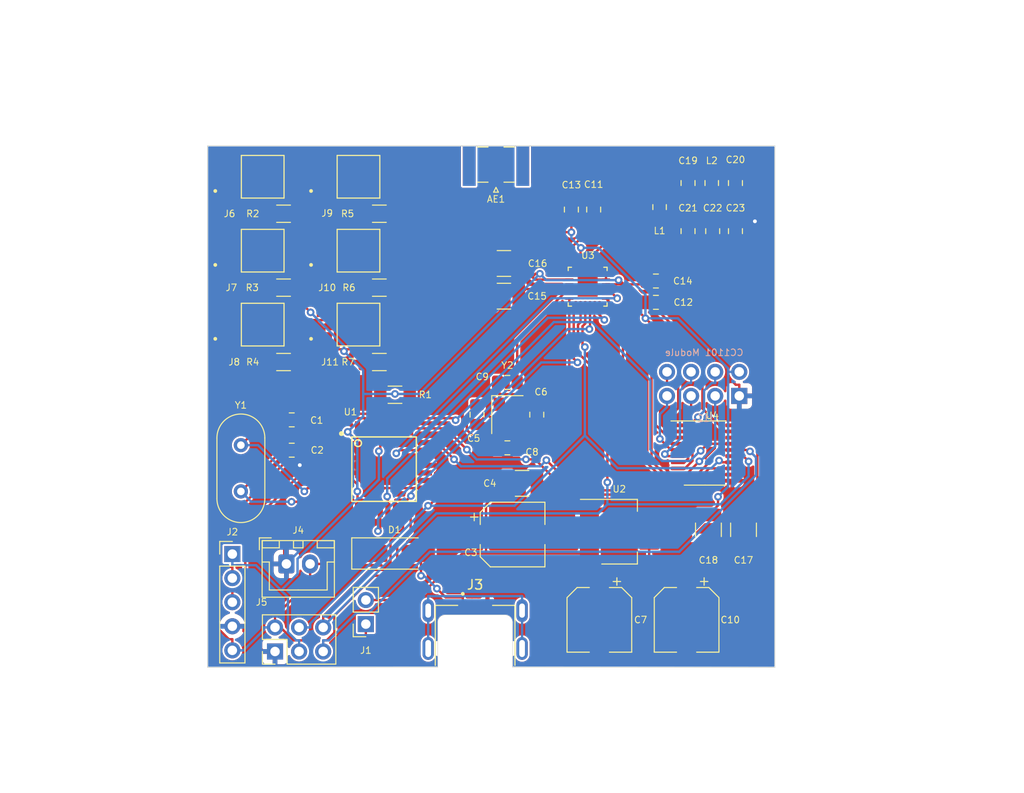
<source format=kicad_pcb>
(kicad_pcb (version 20221018) (generator pcbnew)
  (layers (0 "F.Cu" signal) (31 "B.Cu" signal) (34 "B.Paste" user) (35 "F.Paste" user) (36 "B.SilkS" user "B.Silkscreen") (37 "F.SilkS" user "F.Silkscreen") (38 "B.Mask" user) (39 "F.Mask" user) (44 "Edge.Cuts" user))
  (net 0 "")
  (net 1 "GND")
  (net 2 "+5V")
  (net 3 "+3.3V")
  (net 4 "VCC")
  (net 5 "Net-(U1-PB6)")
  (net 6 "Net-(U1-PB7)")
  (net 7 "MOSI")
  (net 8 "MISO")
  (net 9 "SCK")
  (net 15 "RESET")
  (net 16 "RX")
  (net 17 "TX")
  (net 18 "/RF2_DATA2_3V3")
  (net 19 "/MISO_3V3")
  (net 20 "Net-(U3-XTAL2)")
  (net 21 "Net-(U3-XTAL1)")
  (net 22 "Net-(D1-A)")
  (net 26 "Net-(J3-SHIELD-PadS1)")
  (net 27 "Net-(C6-Pad2)")
  (net 28 "Net-(C5-Pad2)")
  (net 29 "/MOSI_3V3")
  (net 30 "RF1_DATA1")
  (net 31 "CSN_7060")
  (net 32 "RF1_ENABLE")
  (net 33 "RF1_DATA")
  (net 34 "CSN_CC1101")
  (net 35 "RF2_DATA0")
  (net 36 "RF2_DATA2")
  (net 39 "/SCK_3V3")
  (net 40 "/CSN_CC1101_3V3")
  (net 41 "/RF2_DATA0_3V3")
  (net 42 "Net-(AE1-A)")
  (net 43 "Net-(C20-Pad2)")
  (net 44 "PAVOUT")
  (net 47 "PAOUT")
  (footprint "Crystal:Crystal_HC49-4H_Vertical" (layer "F.Cu") (at 89.6 77.85 90)
    (fp_text reference "Y1")
    (fp_text value "16MHz" hide)
  )
  (footprint "Resistor_SMD:R_1206_3216Metric_Pad1.30x1.75mm_HandSolder" (layer "F.Cu") (at 105.85 67.65)
    (fp_text reference "R1")
    (fp_text value "10k" hide)
  )
  (footprint "Inductor_SMD:L_0805_2012Metric_Pad1.15x1.40mm_HandSolder" (layer "F.Cu") (at 139.25 45.3125 -90)
    (fp_text reference "L2")
    (fp_text value "22nH" hide)
  )
  (footprint "AA_Footprints:4.5mm switch" (layer "F.Cu") (at 91.9 60.25)
    (fp_text reference "J8")
    (fp_text value "Button31" hide)
  )
  (footprint "Capacitor_SMD:C_0805_2012Metric_Pad1.18x1.45mm_HandSolder" (layer "F.Cu") (at 117.7 66.35)
    (fp_text reference "C9")
    (fp_text value "1.5nF" hide)
  )
  (footprint "Connector_JST:JST_XH_B2B-XH-A_1x02_P2.50mm_Vertical" (layer "F.Cu") (at 94.4 85.5)
    (fp_text reference "J4")
    (fp_text value "Battery" hide)
  )
  (footprint "AA_Footprints:4.5mm switch" (layer "F.Cu") (at 102 52.45)
    (fp_text reference "J10")
    (fp_text value "Button22" hide)
  )
  (footprint "Resistor_SMD:R_1206_3216Metric_Pad1.30x1.75mm_HandSolder" (layer "F.Cu") (at 104.2 56.35 180)
    (fp_text reference "R6")
    (fp_text value "10k" hide)
  )
  (footprint "Package_TO_SOT_SMD:SOT-223-3_TabPin2" (layer "F.Cu") (at 129.5 82.1)
    (fp_text reference "U2")
    (fp_text value "AMS1117-3.3" hide)
  )
  (footprint "Capacitor_SMD:C_1210_3225Metric_Pad1.33x2.70mm_HandSolder" (layer "F.Cu") (at 119.25 77 180)
    (fp_text reference "C4")
    (fp_text value "100nF" hide)
  )
  (footprint "Capacitor_SMD:C_0805_2012Metric_Pad1.18x1.45mm_HandSolder" (layer "F.Cu") (at 141.75 50.3875 -90)
    (fp_text reference "C23")
    (fp_text value "680pF" hide)
  )
  (footprint "Capacitor_SMD:C_0805_2012Metric_Pad1.18x1.45mm_HandSolder" (layer "F.Cu") (at 133.3625 57.9)
    (fp_text reference "C12")
    (fp_text value "10nF" hide)
  )
  (footprint "Crystal:Crystal_SMD_Abracon_ABM8G-4Pin_3.2x2.5mm" (layer "F.Cu") (at 117.7 69.75 -90)
    (fp_text reference "Y2")
    (fp_text value "14.318MHz" hide)
  )
  (footprint "AA_Footprints:4.5mm switch" (layer "F.Cu") (at 102 60.25)
    (fp_text reference "J11")
    (fp_text value "Button32" hide)
  )
  (footprint "Resistor_SMD:R_1206_3216Metric_Pad1.30x1.75mm_HandSolder" (layer "F.Cu") (at 94.1 56.35 180)
    (fp_text reference "R3")
    (fp_text value "10k" hide)
  )
  (footprint "Capacitor_SMD:C_1210_3225Metric_Pad1.33x2.70mm_HandSolder" (layer "F.Cu") (at 142.6 81.9 90)
    (fp_text reference "C17")
    (fp_text value "100nF" hide)
  )
  (footprint "Capacitor_SMD:C_0805_2012Metric_Pad1.18x1.45mm_HandSolder" (layer "F.Cu") (at 94.9625 70.3 180)
    (fp_text reference "C1")
    (fp_text value "22pF" hide)
  )
  (footprint "Capacitor_SMD:CP_Elec_6.3x4.9" (layer "F.Cu") (at 136.6 91.4 -90)
    (fp_text reference "C10")
    (fp_text value "10uF" hide)
  )
  (footprint "Package_SO:TSSOP-20_4.4x6.5mm_P0.65mm" (layer "F.Cu") (at 138.55 73.8)
    (fp_text reference "U4")
    (fp_text value "TXS0108EPW" hide)
  )
  (footprint "Capacitor_SMD:C_0805_2012Metric_Pad1.18x1.45mm_HandSolder" (layer "F.Cu") (at 126.8 48.1125 90)
    (fp_text reference "C11")
    (fp_text value "220pF" hide)
  )
  (footprint "Diode_SMD:D_SMA_Handsoldering" (layer "F.Cu") (at 105.8 84.4)
    (fp_text reference "D1")
    (fp_text value "1N4001" hide)
  )
  (footprint "AA_Footprints:SMA-J-P-X-ST-EM1_EdgeMount" (layer "F.Cu") (at 116.5 43.5125 180)
    (fp_text reference "AE1")
    (fp_text value "Antenna")
  )
  (footprint "Capacitor_SMD:C_0805_2012Metric_Pad1.18x1.45mm_HandSolder" (layer "F.Cu") (at 139.35 50.3875 -90)
    (fp_text reference "C22")
    (fp_text value "330pF" hide)
  )
  (footprint "Capacitor_SMD:C_1210_3225Metric_Pad1.33x2.70mm_HandSolder" (layer "F.Cu") (at 117.3375 57.25 180)
    (fp_text reference "C15")
    (fp_text value "100nF" hide)
  )
  (footprint "AA_Footprints:4.5mm switch" (layer "F.Cu") (at 91.9 44.65)
    (fp_text reference "J6")
    (fp_text value "Button11" hide)
  )
  (footprint "AA_Footprints:4.5mm switch" (layer "F.Cu") (at 102 44.65)
    (fp_text reference "J9")
    (fp_text value "Button12" hide)
  )
  (footprint "Capacitor_SMD:C_0805_2012Metric_Pad1.18x1.45mm_HandSolder" (layer "F.Cu") (at 114.5 69.75 90)
    (fp_text reference "C5")
    (fp_text value "11pF" hide)
  )
  (footprint "Capacitor_SMD:C_0805_2012Metric_Pad1.18x1.45mm_HandSolder" (layer "F.Cu") (at 120.8 69.75 -90)
    (fp_text reference "C6")
    (fp_text value "11pF" hide)
  )
  (footprint "Connector_PinHeader_2.54mm:PinHeader_1x05_P2.54mm_Vertical" (layer "F.Cu") (at 88.7 84.46)
    (fp_text reference "J2")
    (fp_text value "SERIAL" hide)
  )
  (footprint "Capacitor_SMD:C_0805_2012Metric_Pad1.18x1.45mm_HandSolder" (layer "F.Cu") (at 133.3625 55.65)
    (fp_text reference "C14")
    (fp_text value "10nF" hide)
  )
  (footprint "Resistor_SMD:R_1206_3216Metric_Pad1.30x1.75mm_HandSolder" (layer "F.Cu") (at 104.2 64.2 180)
    (fp_text reference "R7")
    (fp_text value "10k" hide)
  )
  (footprint "Resistor_SMD:R_1206_3216Metric_Pad1.30x1.75mm_HandSolder" (layer "F.Cu") (at 104.2 48.55 180)
    (fp_text reference "R5")
    (fp_text value "10k" hide)
  )
  (footprint "AA_Footprints:MAX7060-TQFN24" (layer "F.Cu") (at 126.165 56.25 180)
    (fp_text reference "U3")
    (fp_text value "MAX7060ATGT" hide)
  )
  (footprint "AA_Footprints:Atmega328p-TQFP" (layer "F.Cu") (at 104.7 75.5)
    (fp_text reference "U1")
    (fp_text value "ATmega328P-A" hide)
  )
  (footprint "AA_Footprints:4.5mm switch" (layer "F.Cu") (at 91.9 52.45)
    (fp_text reference "J7")
    (fp_text value "Button21" hide)
  )
  (footprint "Capacitor_SMD:CP_Elec_6.3x4.9" (layer "F.Cu") (at 118.25 82.4)
    (fp_text reference "C3")
    (fp_text value "10uF" hide)
  )
  (footprint "Capacitor_SMD:C_0805_2012Metric_Pad1.18x1.45mm_HandSolder" (layer "F.Cu") (at 94.9625 73.5 180)
    (fp_text reference "C2")
    (fp_text value "22pF" hide)
  )
  (footprint "AA_Footprints:2.54mm Jumper" (layer "F.Cu") (at 102.775 91.85 180)
    (fp_text reference "J1")
    (fp_text value "Jumper" hide)
  )
  (footprint "Resistor_SMD:R_1206_3216Metric_Pad1.30x1.75mm_HandSolder" (layer "F.Cu") (at 94.1 48.55 180)
    (fp_text reference "R2")
    (fp_text value "10k" hide)
  )
  (footprint "Capacitor_SMD:C_0805_2012Metric_Pad1.18x1.45mm_HandSolder" (layer "F.Cu") (at 124.45 48.1125 90)
    (fp_text reference "C13")
    (fp_text value "10nF" hide)
  )
  (footprint "Capacitor_SMD:C_0805_2012Metric_Pad1.18x1.45mm_HandSolder" (layer "F.Cu") (at 136.75 45.3125 90)
    (fp_text reference "C19")
    (fp_text value "10pF" hide)
  )
  (footprint "Resistor_SMD:R_1206_3216Metric_Pad1.30x1.75mm_HandSolder" (layer "F.Cu") (at 94.1 64.2 180)
    (fp_text reference "R4")
    (fp_text value "10k" hide)
  )
  (footprint "Capacitor_SMD:C_1210_3225Metric_Pad1.33x2.70mm_HandSolder" (layer "F.Cu") (at 117.3375 53.8 180)
    (fp_text reference "C16")
    (fp_text value "100nF" hide)
  )
  (footprint "Inductor_SMD:L_0805_2012Metric_Pad1.15x1.40mm_HandSolder" (layer "F.Cu") (at 133.75 47.85 -90)
    (fp_text reference "L1")
    (fp_text value "51nH" hide)
  )
  (footprint "Capacitor_SMD:C_0805_2012Metric_Pad1.18x1.45mm_HandSolder" (layer "F.Cu") (at 117.7 73.25)
    (fp_text reference "C8")
    (fp_text value "1.5nF" hide)
  )
  (footprint "AA_Footprints:MOLEX_47642-0001" (layer "F.Cu") (at 114.3 89.9051)
    (fp_text reference "J3")
    (fp_text value "47642-0001" hide)
    (fp_line (start -3.95 6.47) (end -3.95 1.77) (stroke (width 0.05)) (layer "Edge.Cuts"))
    (fp_line (start -3.15 0.97) (end 3.15 0.97) (stroke (width 0.05)) (layer "Edge.Cuts"))
    (fp_line (start 3.95 1.77) (end 3.95 6.47) (stroke (width 0.05)) (layer "Edge.Cuts"))
    (fp_arc (start -3.95 1.77) (mid -3.715685 1.204315) (end -3.15 0.97) (stroke (width 0.05)) (layer "Edge.Cuts"))
    (fp_arc (start 3.15 0.97) (mid 3.715685 1.204315) (end 3.95 1.77) (stroke (width 0.05)) (layer "Edge.Cuts"))
  )
  (footprint "Connector_PinHeader_2.54mm:PinHeader_2x03_P2.54mm_Vertical" (layer "F.Cu") (at 93.2 94.74 90)
    (fp_text reference "J5")
    (fp_text value "ICSP" hide)
  )
  (footprint "Capacitor_SMD:C_1210_3225Metric_Pad1.33x2.70mm_HandSolder" (layer "F.Cu") (at 138.9 81.9 90)
    (fp_text reference "C18")
    (fp_text value "100nF" hide)
  )
  (footprint "Capacitor_SMD:C_0805_2012Metric_Pad1.18x1.45mm_HandSolder" (layer "F.Cu") (at 136.75 50.3875 -90)
    (fp_text reference "C21")
    (fp_text value "100pF" hide)
  )
  (footprint "Capacitor_SMD:CP_Elec_6.3x4.9" (layer "F.Cu") (at 127.4 91.4 -90)
    (fp_text reference "C7")
    (fp_text value "10uF" hide)
  )
  (footprint "Capacitor_SMD:C_0805_2012Metric_Pad1.18x1.45mm_HandSolder" (layer "F.Cu") (at 141.75 45.3125 -90)
    (fp_text reference "C20")
    (fp_text value "10pF" hide)
  )
  (footprint "AA_Footprints:PE07-M1101D-SMA" (layer "B.Cu") (at 138.333 58.5437 90)
    (fp_text reference "J12")
    (fp_text value "CC1101 Module")
  )
  (gr_line (start 118.25 96.3751) (end 145.9 96.4) (stroke (width 0.1)) (layer "Edge.Cuts"))
  (gr_line (start 86.1 96.4) (end 110.35 96.3751) (stroke (width 0.1)) (layer "Edge.Cuts"))
  (gr_line (start 145.9 96.4) (end 145.9 41.4) (stroke (width 0.1)) (layer "Edge.Cuts"))
  (gr_line (start 145.9 41.4) (end 86.1 41.4) (stroke (width 0.1)) (layer "Edge.Cuts"))
  (gr_line (start 86.1 41.4) (end 86.1 96.4) (stroke (width 0.1)) (layer "Edge.Cuts"))
  (segment (start 134.4 55.65) (end 134.4 57.9) (width 0.25) (layer "F.Cu") (net 1))
  (segment (start 89.8751 92.08) (end 94.4 87.5551) (width 0.25) (layer "F.Cu") (net 1))
  (segment (start 139.35 49.35) (end 141.75 49.35) (width 0.25) (layer "F.Cu") (net 1))
  (segment (start 100.4 75.9) (end 101.4751 75.9) (width 0.25) (layer "F.Cu") (net 1))
  (segment (start 112.9707 67.7467) (end 111.4296 66.2056) (width 0.25) (layer "F.Cu") (net 1))
  (segment (start 141.75 44.9635) (end 141.401 45.3125) (width 0.25) (layer "F.Cu") (net 1))
  (segment (start 138.9 91.9) (end 136.6 94.2) (width 0.25) (layer "F.Cu") (net 1))
  (segment (start 89.7626 92.08) (end 89.8751 92.08) (width 0.25) (layer "F.Cu") (net 1))
  (segment (start 92.55 64.2) (end 88.787 64.2) (width 0.25) (layer "F.Cu") (net 1))
  (segment (start 123.6125 79.8) (end 126.35 79.8) (width 0.25) (layer "F.Cu") (net 1))
  (segment (start 115.5835 68.1075) (end 115.5835 69.704) (width 0.25) (layer "F.Cu") (net 1))
  (segment (start 142.153 67.7737) (end 142.153 66.5986) (width 0.25) (layer "F.Cu") (net 1))
  (segment (start 96.9564 75.9) (end 94.1678 78.6886) (width 0.25) (layer "F.Cu") (net 1))
  (segment (start 121.05 82.4) (end 123.6125 79.8375) (width 0.25) (layer "F.Cu") (net 1))
  (segment (start 96 74.8872) (end 95.8103 75.0769) (width 0.25) (layer "F.Cu") (net 1))
  (segment (start 111.4296 66.2056) (end 111.4296 65.4535) (width 0.25) (layer "F.Cu") (net 1))
  (segment (start 96.8621 68.5121) (end 101.1742 64.2) (width 0.25) (layer "F.Cu") (net 1))
  (segment (start 140.3308 77.8067) (end 141.4125 76.725) (width 0.25) (layer "F.Cu") (net 1))
  (segment (start 101.4751 75.1) (end 101.4751 74.3) (width 0.25) (layer "F.Cu") (net 1))
  (segment (start 114.2368 73.0489) (end 112.9707 71.7828) (width 0.25) (layer "F.Cu") (net 1))
  (segment (start 88.7184 56.35) (end 92.55 56.35) (width 0.25) (layer "F.Cu") (net 1))
  (segment (start 94.4 87.5551) (end 94.4 85.5) (width 0.25) (layer "F.Cu") (net 1))
  (segment (start 112.1488 60.8762) (end 115.775 57.25) (width 0.25) (layer "F.Cu") (net 1))
  (segment (start 142.0371 44.9635) (end 142.8055 45.7319) (width 0.25) (layer "F.Cu") (net 1))
  (segment (start 124.45 47.075) (end 122.5 47.075) (width 0.25) (layer "F.Cu") (net 1))
  (segment (start 118.55 68.65) (end 118.55 69.6751) (width 0.25) (layer "F.Cu") (net 1))
  (segment (start 141.75 44.9635) (end 142.0371 44.9635) (width 0.25) (layer "F.Cu") (net 1))
  (segment (start 141.75 49.35) (end 143.8 49.35) (width 0.25) (layer "F.Cu") (net 1))
  (segment (start 142.6 83.4625) (end 140.9209 81.7834) (width 0.25) (layer "F.Cu") (net 1))
  (segment (start 141.75 44.9635) (end 141.75 44.275) (width 0.25) (layer "F.Cu") (net 1))
  (segment (start 116.85 70.85) (end 116.85 70.3374) (width 0.25) (layer "F.Cu") (net 1))
  (segment (start 115.7658 88.8642) (end 115.6 89.03) (width 0.25) (layer "F.Cu") (net 1))
  (segment (start 127.415 54.315) (end 127.6695 54.5695) (width 0.25) (layer "F.Cu") (net 1))
  (segment (start 111.4296 61.5954) (end 112.1488 60.8762) (width 0.25) (layer "F.Cu") (net 1))
  (segment (start 140.2136 77.6896) (end 139.6129 77.6896) (width 0.25) (layer "F.Cu") (net 1))
  (segment (start 112.6545 75.2368) (end 114.2368 73.6545) (width 0.25) (layer "F.Cu") (net 1))
  (segment (start 110.0751 75.1) (end 110.2119 75.2368) (width 0.25) (layer "F.Cu") (net 1))
  (segment (start 138.9 83.4625) (end 138.9 91.9) (width 0.25) (layer "F.Cu") (net 1))
  (segment (start 118.55 69.6751) (end 117.1811 69.6751) (width 0.25) (layer "F.Cu") (net 1))
  (segment (start 96 73.5) (end 96 74.8872) (width 0.25) (layer "F.Cu") (net 1))
  (segment (start 93.2 94.74) (end 92.0249 94.74) (width 0.25) (layer "F.Cu") (net 1))
  (segment (start 107.9249 75.1) (end 101.4751 75.1) (width 0.25) (layer "F.Cu") (net 1))
  (segment (start 102.65 48.55) (end 103.8575 49.7575) (width 0.25) (layer "F.Cu") (net 1))
  (segment (start 139.6129 77.6896) (end 139.3302 77.9723) (width 0.25) (layer "F.Cu") (net 1))
  (segment (start 92.0249 94.74) (end 89.8751 92.5902) (width 0.25) (layer "F.Cu") (net 1))
  (segment (start 114.2368 73.6545) (end 114.2368 73.0489) (width 0.25) (layer "F.Cu") (net 1))
  (segment (start 139.3302 77.9723) (end 138.4658 77.9723) (width 0.25) (layer "F.Cu") (net 1))
  (segment (start 120.8125 77) (end 118.3894 74.5769) (width 0.25) (layer "F.Cu") (net 1))
  (segment (start 87.1748 57.8936) (end 88.7184 56.35) (width 0.25) (layer "F.Cu") (net 1))
  (segment (start 140.9779 65.7908) (end 140.9779 64.4779) (width 0.25) (layer "F.Cu") (net 1))
  (segment (start 88.787 64.2) (end 87.1748 62.5878) (width 0.25) (layer "F.Cu") (net 1))
  (segment (start 140.3308 77.8067) (end 140.2136 77.6896) (width 0.25) (layer "F.Cu") (net 1))
  (segment (start 88.7 92.08) (end 89.7626 92.08) (width 0.25) (layer "F.Cu") (net 1))
  (segment (start 96.8621 68.5121) (end 92.55 64.2) (width 0.25) (layer "F.Cu") (net 1))
  (segment (start 96.8621 69.4379) (end 96 70.3) (width 0.25) (layer "F.Cu") (net 1))
  (segment (start 92.55 48.55) (end 92.55 56.35) (width 0.25) (layer "F.Cu") (net 1))
  (segment (start 128.1 55.5) (end 128.1 55) (width 0.25) (layer "F.Cu") (net 1))
  (segment (start 111.4296 65.4535) (end 111.4296 61.5954) (width 0.25) (layer "F.Cu") (net 1))
  (segment (start 112.9707 67.7467) (end 115.2227 67.7467) (width 0.25) (layer "F.Cu") (net 1))
  (segment (start 94.1678 85.2678) (end 94.4 85.5) (width 0.25) (layer "F.Cu") (net 1))
  (segment (start 101.4751 75.9) (end 101.4751 75.1) (width 0.25) (layer "F.Cu") (net 1))
  (segment (start 126.165 56.25) (end 126.915 55.5) (width 0.25) (layer "F.Cu") (net 1))
  (segment (start 141.7857 66.5986) (end 140.9779 65.7908) (width 0.25) (layer "F.Cu") (net 1))
  (segment (start 115.775 53.8) (end 115.775 57.25) (width 0.25) (layer "F.Cu") (net 1))
  (segment (start 115.5835 69.704) (end 114.5 70.7875) (width 0.25) (layer "F.Cu") (net 1))
  (segment (start 140.5791 81.7834) (end 138.9 83.4625) (width 0.25) (layer "F.Cu") (net 1))
  (segment (start 140.6383 81.7834) (end 140.6383 78.1143) (width 0.25) (layer "F.Cu") (net 1))
  (segment (start 103.9035 65.4535) (end 102.65 64.2) (width 0.25) (layer "F.Cu") (net 1))
  (segment (start 103.8575 49.7575) (end 103.8575 55.1425) (width 0.25) (layer "F.Cu") (net 1))
  (segment (start 127.415 54.315) (end 126.915 54.315) (width 0.25) (layer "F.Cu") (net 1))
  (segment (start 96.8621 68.5121) (end 96.8621 69.4379) (width 0.25) (layer "F.Cu") (net 1))
  (segment (start 136.3233 45.9233) (end 127.9517 45.9233) (width 0.25) (layer "F.Cu") (net 1))
  (segment (start 136.6381 79.8) (end 126.35 79.8) (width 0.25) (layer "F.Cu") (net 1))
  (segment (start 120.8 68.7125) (end 120.7375 68.65) (width 0.25) (layer "F.Cu") (net 1))
  (segment (start 133.3195 54.5695) (end 134.4 55.65) (width 0.25) (layer "F.Cu") (net 1))
  (segment (start 140.6383 81.7834) (end 140.5791 81.7834) (width 0.25) (layer "F.Cu") (net 1))
  (segment (start 126.915 55.5) (end 128.1 55.5) (width 0.25) (layer "F.Cu") (net 1))
  (segment (start 122.0642 88.8642) (end 115.7658 88.8642) (width 0.25) (layer "F.Cu") (net 1))
  (segment (start 115.2227 67.7467) (end 115.5835 68.1075) (width 0.25) (layer "F.Cu") (net 1))
  (segment (start 106.4151 55.1425) (end 103.8575 55.1425) (width 0.25) (layer "F.Cu") (net 1))
  (segment (start 127.6695 54.5695) (end 128.1 54.5695) (width 0.25) (layer "F.Cu") (net 1))
  (segment (start 127.4 94.2) (end 122.0642 88.8642) (width 0.25) (layer "F.Cu") (net 1))
  (segment (start 115.1592 74.5769) (end 114.2368 73.6545) (width 0.25) (layer "F.Cu") (net 1))
  (segment (start 117.1811 69.6751) (end 116.85 70.0062) (width 0.25) (layer "F.Cu") (net 1))
  (segment (start 128.1 54.5695) (end 133.3195 54.5695) (width 0.25) (layer "F.Cu") (net 1))
  (segment (start 89.8751 92.5902) (end 89.8751 92.08) (width 0.25) (layer "F.Cu") (net 1))
  (segment (start 142.8055 48.2945) (end 141.75 49.35) (width 0.25) (layer "F.Cu") (net 1))
  (segment (start 109 75.1) (end 110.0751 75.1) (width 0.25) (layer "F.Cu") (net 1))
  (segment (start 136.75 46.35) (end 136.3233 45.9233) (width 0.25) (layer "F.Cu") (net 1))
  (segment (start 140.9779 64.4779) (end 134.4 57.9) (width 0.25) (layer "F.Cu") (net 1))
  (segment (start 112.9707 71.7828) (end 112.9707 67.7467) (width 0.25) (layer "F.Cu") (net 1))
  (segment (start 138.4658 77.9723) (end 136.6381 79.8) (width 0.25) (layer "F.Cu") (net 1))
  (segment (start 136.6 94.2) (end 127.4 94.2) (width 0.25) (layer "F.Cu") (net 1))
  (segment (start 94.1678 78.6886) (end 94.1678 85.2678) (width 0.25) (layer "F.Cu") (net 1))
  (segment (start 142.8055 45.7319) (end 142.8055 48.2945) (width 0.25) (layer "F.Cu") (net 1))
  (segment (start 116.85 70.0062) (end 115.8857 70.0062) (width 0.25) (layer "F.Cu") (net 1))
  (segment (start 128.1 55) (end 128.1 54.5695) (width 0.25) (layer "F.Cu") (net 1))
  (segment (start 140.9209 81.7834) (end 140.6383 81.7834) (width 0.25) (layer "F.Cu") (net 1))
  (segment (start 100.4 74.3) (end 101.4751 74.3) (width 0.25) (layer "F.Cu") (net 1))
  (segment (start 112.1488 60.8762) (end 106.4151 55.1425) (width 0.25) (layer "F.Cu") (net 1))
  (segment (start 101.1742 64.2) (end 102.65 64.2) (width 0.25) (layer "F.Cu") (net 1))
  (segment (start 87.1748 62.5878) (end 87.1748 57.8936) (width 0.25) (layer "F.Cu") (net 1))
  (segment (start 140.6383 78.1143) (end 140.3308 77.8067) (width 0.25) (layer "F.Cu") (net 1))
  (segment (start 123.6125 79.8) (end 120.8125 77) (width 0.25) (layer "F.Cu") (net 1))
  (segment (start 122.5 47.075) (end 115.775 53.8) (width 0.25) (layer "F.Cu") (net 1))
  (segment (start 103.8575 55.1425) (end 102.65 56.35) (width 0.25) (layer "F.Cu") (net 1))
  (segment (start 109 75.1) (end 107.9249 75.1) (width 0.25) (layer "F.Cu") (net 1))
  (segment (start 111.4296 65.4535) (end 103.9035 65.4535) (width 0.25) (layer "F.Cu") (net 1))
  (segment (start 141.401 45.3125) (end 137.7875 45.3125) (width 0.25) (layer "F.Cu") (net 1))
  (segment (start 127.9517 45.9233) (end 126.8 47.075) (width 0.25) (layer "F.Cu") (net 1))
  (segment (start 100.4 75.9) (end 96.9564 75.9) (width 0.25) (layer "F.Cu") (net 1))
  (segment (start 123.6125 79.8375) (end 123.6125 79.8) (width 0.25) (layer "F.Cu") (net 1))
  (segment (start 115.8857 70.0062) (end 115.5835 69.704) (width 0.25) (layer "F.Cu") (net 1))
  (segment (start 118.3894 74.5769) (end 115.1592 74.5769) (width 0.25) (layer "F.Cu") (net 1))
  (segment (start 137.7875 45.3125) (end 136.75 46.35) (width 0.25) (layer "F.Cu") (net 1))
  (segment (start 110.2119 75.2368) (end 112.6545 75.2368) (width 0.25) (layer "F.Cu") (net 1))
  (segment (start 120.7375 68.65) (end 118.55 68.65) (width 0.25) (layer "F.Cu") (net 1))
  (segment (start 142.153 66.5986) (end 141.7857 66.5986) (width 0.25) (layer "F.Cu") (net 1))
  (segment (start 124.45 47.075) (end 126.8 47.075) (width 0.25) (layer "F.Cu") (net 1))
  (segment (start 116.85 70.0062) (end 116.85 70.3374) (width 0.25) (layer "F.Cu") (net 1))
  (segment (start 115.6 89.9051) (end 115.6 89.03) (width 0.25) (layer "F.Cu") (net 1))
  (via (at 143.8 49.35) (size 0.8) (drill 0.4) (layers "F.Cu" "B.Cu") (net 1))
  (via (at 95.8103 75.0769) (size 0.8) (drill 0.4) (layers "F.Cu" "B.Cu") (net 1))
  (segment (start 94.4 85.5) (end 97.0439 82.8561) (width 0.25) (layer "B.Cu") (net 1))
  (segment (start 97.0439 82.8561) (end 97.0439 76.3105) (width 0.25) (layer "B.Cu") (net 1))
  (segment (start 97.0439 76.3105) (end 95.8103 75.0769) (width 0.25) (layer "B.Cu") (net 1))
  (segment (start 105.6 43.15) (end 105.6 46.15) (width 0.25) (layer "F.Cu") (net 2))
  (segment (start 104.7249 77.5) (end 103.5 78.7249) (width 0.25) (layer "F.Cu") (net 2))
  (segment (start 95.5 54.9751) (end 95.65 55.1251) (width 0.25) (layer "F.Cu") (net 2))
  (segment (start 102.775 89.31) (end 103.9501 89.31) (width 0.25) (layer "F.Cu") (net 2))
  (segment (start 102.4313 78.7249) (end 101.9 78.7249) (width 0.25) (layer "F.Cu") (net 2))
  (segment (start 117.6875 77) (end 117.6876 77) (width 0.25) (layer "F.Cu") (net 2))
  (segment (start 101.9 77.8727) (end 101.8791 77.8518) (width 0.25) (layer "F.Cu") (net 2))
  (segment (start 101.652 47.6112) (end 101.652 57.1916) (width 0.25) (layer "F.Cu") (net 2))
  (segment (start 105.525 62.8501) (end 105.6 62.7751) (width 0.25) (layer "F.Cu") (net 2))
  (segment (start 124.23 55.5) (end 120.6 55.5) (width 0.25) (layer "F.Cu") (net 2))
  (segment (start 101.8791 77.104) (end 101.4751 76.7) (width 0.25) (layer "F.Cu") (net 2))
  (segment (start 103.5 79.8) (end 103.5 78.7249) (width 0.25) (layer "F.Cu") (net 2))
  (segment (start 95.65 62.8501) (end 100.4727 62.8501) (width 0.25) (layer "F.Cu") (net 2))
  (segment (start 103.9501 89.31) (end 108.0397 89.31) (width 0.25) (layer "F.Cu") (net 2))
  (segment (start 105.75 49.7749) (end 105.75 48.55) (width 0.25) (layer "F.Cu") (net 2))
  (segment (start 107.9249 77.5) (end 104.7249 77.5) (width 0.25) (layer "F.Cu") (net 2))
  (segment (start 95.65 47.3251) (end 95.65 48.55) (width 0.25) (layer "F.Cu") (net 2))
  (segment (start 109 77.5) (end 107.9249 77.5) (width 0.25) (layer "F.Cu") (net 2))
  (segment (start 95.65 49.7749) (end 95.65 48.55) (width 0.25) (layer "F.Cu") (net 2))
  (segment (start 133.3625 58.5675) (end 138.2662 63.4712) (width 0.25) (layer "F.Cu") (net 2))
  (segment (start 95.5 50.95) (end 95.5 49.9249) (width 0.25) (layer "F.Cu") (net 2))
  (segment (start 100.4 72.7) (end 101.4751 72.7) (width 0.25) (layer "F.Cu") (net 2))
  (segment (start 101.9327 47.3305) (end 101.652 47.6112) (width 0.25) (layer "F.Cu") (net 2))
  (segment (start 102.7 78.9936) (end 102.4313 78.7249) (width 0.25) (layer "F.Cu") (net 2))
  (segment (start 105.6 57.7249) (end 105.75 57.5749) (width 0.25) (layer "F.Cu") (net 2))
  (segment (start 144.061 73.3021) (end 144.061 78.8765) (width 0.25) (layer "F.Cu") (net 2))
  (segment (start 95.5 50.95) (end 95.5 53.95) (width 0.25) (layer "F.Cu") (net 2))
  (segment (start 117.6878 77.0002) (end 117.188 77.5) (width 0.25) (layer "F.Cu") (net 2))
  (segment (start 101.8791 77.8518) (end 101.8791 77.104) (width 0.25) (layer "F.Cu") (net 2))
  (segment (start 105.6 61.75) (end 105.6 58.75) (width 0.25) (layer "F.Cu") (net 2))
  (segment (start 105.75 47.4805) (end 105.6 47.3305) (width 0.25) (layer "F.Cu") (net 2))
  (segment (start 138.2662 63.4712) (end 138.2662 69.1009) (width 0.25) (layer "F.Cu") (net 2))
  (segment (start 95.5 46.15) (end 95.5 47.1751) (width 0.25) (layer "F.Cu") (net 2))
  (segment (start 144.061 78.8765) (end 142.6 80.3375) (width 0.25) (layer "F.Cu") (net 2))
  (segment (start 103.5 78.7249) (end 102.9687 78.7249) (width 0.25) (layer "F.Cu") (net 2))
  (segment (start 101.9 72.2751) (end 101.7376 72.4375) (width 0.25) (layer "F.Cu") (net 2))
  (segment (start 99.8625 73.5) (end 99.3249 73.5) (width 0.25) (layer "F.Cu") (net 2))
  (segment (start 117.688 77) (end 117.6878 77.0002) (width 0.25) (layer "F.Cu") (net 2))
  (segment (start 132.15 55.825) (end 131.975 56) (width 0.25) (layer "F.Cu") (net 2))
  (segment (start 100.4 72.9625) (end 100.4 72.7) (width 0.25) (layer "F.Cu") (net 2))
  (segment (start 95.65 55.1251) (end 95.65 56.35) (width 0.25) (layer "F.Cu") (net 2))
  (segment (start 141.4125 71.525) (end 142.2839 71.525) (width 0.25) (layer "F.Cu") (net 2))
  (segment (start 101.7376 72.4375) (end 101.4751 72.7) (width 0.25) (layer "F.Cu") (net 2))
  (segment (start 105.6 49.9249) (end 105.75 49.7749) (width 0.25) (layer "F.Cu") (net 2))
  (segment (start 95.575 62.8501) (end 95.65 62.8501) (width 0.25) (layer "F.Cu") (net 2))
  (segment (start 105.525 63.975) (end 105.75 64.2) (width 0.25) (layer "F.Cu") (net 2))
  (segment (start 105.6 46.15) (end 105.6 47.1751) (width 0.25) (layer "F.Cu") (net 2))
  (segment (start 95.5 47.1751) (end 95.65 47.3251) (width 0.25) (layer "F.Cu") (net 2))
  (segment (start 112.9497 84.4) (end 115.45 84.4) (width 0.25) (layer "F.Cu") (net 2))
  (segment (start 95.5 57.7249) (end 95.65 57.5749) (width 0.25) (layer "F.Cu") (net 2))
  (segment (start 105.6 47.3305) (end 101.9327 47.3305) (width 0.25) (layer "F.Cu") (net 2))
  (segment (start 126.35 87.55) (end 127.4 88.6) (width 0.25) (layer "F.Cu") (net 2))
  (segment (start 102.1853 57.7249) (end 105.6 57.7249) (width 0.25) (layer "F.Cu") (net 2))
  (segment (start 100.4 76.7) (end 101.4751 76.7) (width 0.25) (layer "F.Cu") (net 2))
  (segment (start 95.5 58.35) (end 96.3456 58.35) (width 0.25) (layer "F.Cu") (net 2))
  (segment (start 142.2839 71.525) (end 144.061 73.3021) (width 0.25) (layer "F.Cu") (net 2))
  (segment (start 95.5 61.75) (end 95.5 62.7751) (width 0.25) (layer "F.Cu") (net 2))
  (segment (start 115.45 79.2375) (end 117.688 77) (width 0.25) (layer "F.Cu") (net 2))
  (segment (start 95.5 43.15) (end 95.5 42.1249) (width 0.25) (layer "F.Cu") (net 2))
  (segment (start 131.975 56) (end 129.9772 56) (width 0.25) (layer "F.Cu") (net 2))
  (segment (start 101.652 57.1916) (end 102.1853 57.7249) (width 0.25) (layer "F.Cu") (net 2))
  (segment (start 95.5 49.9249) (end 95.65 49.7749) (width 0.25) (layer "F.Cu") (net 2))
  (segment (start 95.5 53.95) (end 95.5 54.9751) (width 0.25) (layer "F.Cu") (net 2))
  (segment (start 107.3151 67.5651) (end 107.4 67.65) (width 0.25) (layer "F.Cu") (net 2))
  (segment (start 133.3625 57.0375) (end 133.3625 58.5675) (width 0.25) (layer "F.Cu") (net 2))
  (segment (start 105.6 43.15) (end 105.6 42.1249) (width 0.25) (layer "F.Cu") (net 2))
  (segment (start 102.7 79.8) (end 102.7 79.2624) (width 0.25) (layer "F.Cu") (net 2))
  (segment (start 105.6 61.75) (end 105.6 62.7751) (width 0.25) (layer "F.Cu") (net 2))
  (segment (start 105.6 58.75) (end 105.6 57.7249) (width 0.25) (layer "F.Cu") (net 2))
  (segment (start 105.75 57.5749) (end 105.75 56.35) (width 0.25) (layer "F.Cu") (net 2))
  (segment (start 132.15 55.825) (end 133.3625 57.0375) (width 0.25) (layer "F.Cu") (net 2))
  (segment (start 101.9 71.2) (end 101.9 72.2751) (width 0.25) (layer "F.Cu") (net 2))
  (segment (start 100.4727 62.8501) (end 100.4727 63.0543) (width 0.25) (layer "F.Cu") (net 2))
  (segment (start 126.35 84.4) (end 126.35 87.55) (width 0.25) (layer "F.Cu") (net 2))
  (segment (start 129.9772 56) (end 129.5341 55.5569) (width 0.25) (layer "F.Cu") (net 2))
  (segment (start 115.45 82.4) (end 115.45 79.2375) (width 0.25) (layer "F.Cu") (net 2))
  (segment (start 100.4727 62.8501) (end 105.525 62.8501) (width 0.25) (layer "F.Cu") (net 2))
  (segment (start 95.65 62.8501) (end 95.65 64.2) (width 0.25) (layer "F.Cu") (net 2))
  (segment (start 100.8667 71.5666) (end 101.7376 72.4375) (width 0.25) (layer "F.Cu") (net 2))
  (segment (start 121.1268 54.8846) (end 120.6756 54.8846) (width 0.25) (layer "F.Cu") (net 2))
  (segment (start 105.6 42.1249) (end 95.5 42.1249) (width 0.25) (layer "F.Cu") (net 2))
  (segment (start 105.75 48.55) (end 105.75 47.4805) (width 0.25) (layer "F.Cu") (net 2))
  (segment (start 105.6 47.1751) (end 105.6 47.3305) (width 0.25) (layer "F.Cu") (net 2))
  (segment (start 105.525 62.8501) (end 105.525 63.975) (width 0.25) (layer "F.Cu") (net 2))
  (segment (start 117.6876 77) (end 117.6878 77.0002) (width 0.25) (layer "F.Cu") (net 2))
  (segment (start 99.3249 73.5) (end 99.3249 75.1) (width 0.25) (layer "F.Cu") (net 2))
  (segment (start 108.0397 89.31) (end 112.9497 84.4) (width 0.25) (layer "F.Cu") (net 2))
  (segment (start 95.5 58.75) (end 95.5 58.35) (width 0.25) (layer "F.Cu") (net 2))
  (segment (start 129.5341 55.5569) (end 129.4262 55.5569) (width 0.25) (layer "F.Cu") (net 2))
  (segment (start 100.4 73.5) (end 99.8625 73.5) (width 0.25) (layer "F.Cu") (net 2))
  (segment (start 102.7 79.2624) (end 102.7 78.9936) (width 0.25) (layer "F.Cu") (net 2))
  (segment (start 101.9 79.8) (end 101.9 78.7249) (width 0.25) (layer "F.Cu") (net 2))
  (segment (start 120.6 55.5) (end 120.3301 55.2301) (width 0.25) (layer "F.Cu") (net 2))
  (segment (start 120.6756 54.8846) (end 120.3301 55.2301) (width 0.25) (layer "F.Cu") (net 2))
  (segment (start 96.3456 58.35) (end 96.95 58.9544) (width 0.25) (layer "F.Cu") (net 2))
  (segment (start 105.6 50.95) (end 105.6 49.9249) (width 0.25) (layer "F.Cu") (net 2))
  (segment (start 95.5 58.35) (end 95.5 57.7249) (width 0.25) (layer "F.Cu") (net 2))
  (segment (start 138.2662 69.1009) (end 140.6903 71.525) (width 0.25) (layer "F.Cu") (net 2))
  (segment (start 140.6903 71.525) (end 141.4125 71.525) (width 0.25) (layer "F.Cu") (net 2))
  (segment (start 100.4 75.1) (end 99.3249 75.1) (width 0.25) (layer "F.Cu") (net 2))
  (segment (start 129.9772 56) (end 128.1 56) (width 0.25) (layer "F.Cu") (net 2))
  (segment (start 101.9 78.7249) (end 101.9 77.8727) (width 0.25) (layer "F.Cu") (net 2))
  (segment (start 105.6 53.95) (end 105.6 50.95) (width 0.25) (layer "F.Cu") (net 2))
  (segment (start 95.5 62.7751) (end 95.575 62.8501) (width 0.25) (layer "F.Cu") (net 2))
  (segment (start 115.45 84.4) (end 115.45 82.4) (width 0.25) (layer "F.Cu") (net 2))
  (segment (start 117.188 77.5) (end 109 77.5) (width 0.25) (layer "F.Cu") (net 2))
  (segment (start 105.85 67.5651) (end 107.3151 67.5651) (width 0.25) (layer "F.Cu") (net 2))
  (segment (start 132.325 55.65) (end 132.15 55.825) (width 0.25) (layer "F.Cu") (net 2))
  (segment (start 99.8625 73.5) (end 100.4 72.9625) (width 0.25) (layer "F.Cu") (net 2))
  (segment (start 126.35 84.4) (end 125.0249 84.4) (width 0.25) (layer "F.Cu") (net 2))
  (segment (start 102.9687 78.7249) (end 102.7 78.9936) (width 0.25) (layer "F.Cu") (net 2))
  (segment (start 120.3301 55.2301) (end 118.9 53.8) (width 0.25) (layer "F.Cu") (net 2))
  (segment (start 95.65 57.5749) (end 95.65 56.35) (width 0.25) (layer "F.Cu") (net 2))
  (segment (start 115.45 84.4) (end 125.0249 84.4) (width 0.25) (layer "F.Cu") (net 2))
  (via (at 101.8791 77.8518) (size 0.8) (drill 0.4) (layers "F.Cu" "B.Cu") (net 2))
  (via (at 121.1268 54.8846) (size 0.8) (drill 0.4) (layers "F.Cu" "B.Cu") (net 2))
  (via (at 105.85 67.5651) (size 0.8) (drill 0.4) (layers "F.Cu" "B.Cu") (net 2))
  (via (at 96.95 58.9544) (size 0.8) (drill 0.4) (layers "F.Cu" "B.Cu") (net 2))
  (via (at 100.8667 71.5666) (size 0.8) (drill 0.4) (layers "F.Cu" "B.Cu") (net 2))
  (via (at 129.4262 55.5569) (size 0.8) (drill 0.4) (layers "F.Cu" "B.Cu") (net 2))
  (via (at 100.4727 63.0543) (size 0.8) (drill 0.4) (layers "F.Cu" "B.Cu") (net 2))
  (segment (start 105.85 67.5651) (end 102.4945 67.5651) (width 0.25) (layer "B.Cu") (net 2))
  (segment (start 100.4727 62.4771) (end 100.4727 63.0543) (width 0.25) (layer "B.Cu") (net 2))
  (segment (start 101.8791 77.8518) (end 101.8791 72.579) (width 0.25) (layer "B.Cu") (net 2))
  (segment (start 121.7991 55.5569) (end 121.1268 54.8846) (width 0.25) (layer "B.Cu") (net 2))
  (segment (start 102.4945 69.9388) (end 100.8667 71.5666) (width 0.25) (layer "B.Cu") (net 2))
  (segment (start 129.4262 55.5569) (end 121.7991 55.5569) (width 0.25) (layer "B.Cu") (net 2))
  (segment (start 101.8791 72.579) (end 100.8667 71.5666) (width 0.25) (layer "B.Cu") (net 2))
  (segment (start 96.95 58.9544) (end 100.4727 62.4771) (width 0.25) (layer "B.Cu") (net 2))
  (segment (start 102.4945 67.5651) (end 102.4945 69.9388) (width 0.25) (layer "B.Cu") (net 2))
  (segment (start 102.4945 65.0761) (end 102.4945 67.5651) (width 0.25) (layer "B.Cu") (net 2))
  (segment (start 100.4727 63.0543) (end 102.4945 65.0761) (width 0.25) (layer "B.Cu") (net 2))
  (segment (start 108.4463 67.5651) (end 105.85 67.5651) (width 0.25) (layer "B.Cu") (net 2))
  (segment (start 121.1268 54.8846) (end 108.4463 67.5651) (width 0.25) (layer "B.Cu") (net 2))
  (segment (start 135.0874 64.0585) (end 135.7136 64.6847) (width 0.25) (layer "F.Cu") (net 3))
  (segment (start 119.8667 50.5) (end 117.9098 52.4569) (width 0.25) (layer "F.Cu") (net 3))
  (segment (start 125.415 52.185) (end 125.45 52.15) (width 0.25) (layer "F.Cu") (net 3))
  (segment (start 125.415 54.315) (end 125.415 52.185) (width 0.25) (layer "F.Cu") (net 3))
  (segment (start 132.9009 65.2011) (end 134.0435 64.0585) (width 0.25) (layer "F.Cu") (net 3))
  (segment (start 127.6751 82.1) (end 132.65 82.1) (width 0.25) (layer "F.Cu") (net 3))
  (segment (start 132.65 82.1) (end 132.65 84.65) (width 0.25) (layer "F.Cu") (net 3))
  (segment (start 124.23 56.5) (end 119.65 56.5) (width 0.25) (layer "F.Cu") (net 3))
  (segment (start 124.45 50.5) (end 124.45 49.15) (width 0.25) (layer "F.Cu") (net 3))
  (segment (start 130.925 56.5) (end 128.1 56.5) (width 0.25) (layer "F.Cu") (net 3))
  (segment (start 138.9 80.3375) (end 139.9132 79.3243) (width 0.25) (layer "F.Cu") (net 3))
  (segment (start 119.65 56.5) (end 119.3801 56.7699) (width 0.25) (layer "F.Cu") (net 3))
  (segment (start 117.9098 55.2996) (end 119.3801 56.7699) (width 0.25) (layer "F.Cu") (net 3))
  (segment (start 139.9132 79.3243) (end 139.9132 78.4147) (width 0.25) (layer "F.Cu") (net 3))
  (segment (start 134.974 76.725) (end 132.9009 74.6519) (width 0.25) (layer "F.Cu") (net 3))
  (segment (start 132.325 57.9) (end 131.625 57.2) (width 0.25) (layer "F.Cu") (net 3))
  (segment (start 132.65 82.1) (end 137.1375 82.1) (width 0.25) (layer "F.Cu") (net 3))
  (segment (start 132.2585 59.5805) (end 131.625 58.947) (width 0.25) (layer "F.Cu") (net 3))
  (segment (start 132.9009 74.6519) (end 132.9009 65.2011) (width 0.25) (layer "F.Cu") (net 3))
  (segment (start 131.625 57.2) (end 130.925 56.5) (width 0.25) (layer "F.Cu") (net 3))
  (segment (start 117.9098 52.4569) (end 117.9098 55.2996) (width 0.25) (layer "F.Cu") (net 3))
  (segment (start 134.0435 64.0585) (end 135.0874 64.0585) (width 0.25) (layer "F.Cu") (net 3))
  (segment (start 135.7136 69.0643) (end 134.6102 70.1677) (width 0.25) (layer "F.Cu") (net 3))
  (segment (start 134.9755 71.525) (end 135.6875 71.525) (width 0.25) (layer "F.Cu") (net 3))
  (segment (start 134.6102 71.1597) (end 134.9755 71.525) (width 0.25) (layer "F.Cu") (net 3))
  (segment (start 135.7136 64.6847) (end 135.7136 69.0643) (width 0.25) (layer "F.Cu") (net 3))
  (segment (start 124.45 50.5) (end 119.8667 50.5) (width 0.25) (layer "F.Cu") (net 3))
  (segment (start 135.6875 76.725) (end 134.974 76.725) (width 0.25) (layer "F.Cu") (net 3))
  (segment (start 137.1375 82.1) (end 138.9 80.3375) (width 0.25) (layer "F.Cu") (net 3))
  (segment (start 126.35 82.1) (end 127.6751 82.1) (width 0.25) (layer "F.Cu") (net 3))
  (segment (start 132.65 84.65) (end 136.6 88.6) (width 0.25) (layer "F.Cu") (net 3))
  (segment (start 119.3801 56.7699) (end 118.9 57.25) (width 0.25) (layer "F.Cu") (net 3))
  (segment (start 134.0435 61.3655) (end 134.0435 64.0585) (width 0.25) (layer "F.Cu") (net 3))
  (segment (start 134.6102 70.1677) (end 134.6102 71.1597) (width 0.25) (layer "F.Cu") (net 3))
  (segment (start 132.2585 59.5805) (end 134.0435 61.3655) (width 0.25) (layer "F.Cu") (net 3))
  (segment (start 131.625 58.947) (end 131.625 57.2) (width 0.25) (layer "F.Cu") (net 3))
  (segment (start 124.45 49.15) (end 126.8 49.15) (width 0.25) (layer "F.Cu") (net 3))
  (via (at 124.45 50.5) (size 0.8) (drill 0.4) (layers "F.Cu" "B.Cu") (net 3))
  (via (at 125.45 52.15) (size 0.8) (drill 0.4) (layers "F.Cu" "B.Cu") (net 3))
  (via (at 139.9132 78.4147) (size 0.8) (drill 0.4) (layers "F.Cu" "B.Cu") (net 3))
  (via (at 132.2585 59.5805) (size 0.8) (drill 0.4) (layers "F.Cu" "B.Cu") (net 3))
  (segment (start 135.6784 59.5805) (end 132.2585 59.5805) (width 0.25) (layer "B.Cu") (net 3))
  (segment (start 132.2585 57.0959) (end 127.3126 52.15) (width 0.25) (layer "B.Cu") (net 3))
  (segment (start 124.45 50.5) (end 124.45 51.15) (width 0.25) (layer "B.Cu") (net 3))
  (segment (start 140.9779 77.35) (end 140.9779 65.2337) (width 0.25) (layer "B.Cu") (net 3))
  (segment (start 142.153 65.2337) (end 140.9779 65.2337) (width 0.25) (layer "B.Cu") (net 3))
  (segment (start 140.9779 64.88) (end 135.6784 59.5805) (width 0.25) (layer "B.Cu") (net 3))
  (segment (start 140.9779 65.2337) (end 140.9779 64.88) (width 0.25) (layer "B.Cu") (net 3))
  (segment (start 139.9132 78.4147) (end 140.9779 77.35) (width 0.25) (layer "B.Cu") (net 3))
  (segment (start 132.2585 59.5805) (end 132.2585 57.0959) (width 0.25) (layer "B.Cu") (net 3))
  (segment (start 124.45 51.15) (end 125.45 52.15) (width 0.25) (layer "B.Cu") (net 3))
  (segment (start 127.3126 52.15) (end 125.45 52.15) (width 0.25) (layer "B.Cu") (net 3))
  (segment (start 88.3 59.7751) (end 97.4 59.7751) (width 0.25) (layer "F.Cu") (net 4))
  (segment (start 97.01 95.196) (end 97.7789 95.9649) (width 0.25) (layer "F.Cu") (net 4))
  (segment (start 88.3 45.1249) (end 88.3 44.1751) (width 0.25) (layer "F.Cu") (net 4))
  (segment (start 98.3498 60.7249) (end 98.4 60.7249) (width 0.25) (layer "F.Cu") (net 4))
  (segment (start 96.9 85.5) (end 98.0751 85.5) (width 0.25) (layer "F.Cu") (net 4))
  (segment (start 98.4 46.15) (end 98.4 45.1249) (width 0.25) (layer "F.Cu") (net 4))
  (segment (start 96.2657 93.5648) (end 97.01 94.3091) (width 0.25) (layer "F.Cu") (net 4))
  (segment (start 88.3 58.75) (end 88.3 59.7751) (width 0.25) (layer "F.Cu") (net 4))
  (segment (start 88.7 93.4449) (end 88.3328 93.4449) (width 0.25) (layer "F.Cu") (net 4))
  (segment (start 88.3 53.95) (end 88.3 50.95) (width 0.25) (layer "F.Cu") (net 4))
  (segment (start 88.3328 93.4449) (end 86.7246 91.8367) (width 0.25) (layer "F.Cu") (net 4))
  (segment (start 88.3 46.15) (end 88.3 45.1249) (width 0.25) (layer "F.Cu") (net 4))
  (segment (start 99.1751 84.4) (end 98.0751 85.5) (width 0.25) (layer "F.Cu") (net 4))
  (segment (start 98.4 53.95) (end 98.4 58.75) (width 0.25) (layer "F.Cu") (net 4))
  (segment (start 93.2 91.6124) (end 93.2 91.0249) (width 0.25) (layer "F.Cu") (net 4))
  (segment (start 99.8352 95.9649) (end 102.775 93.0251) (width 0.25) (layer "F.Cu") (net 4))
  (segment (start 93.2 91.6124) (end 95.1524 93.5648) (width 0.25) (layer "F.Cu") (net 4))
  (segment (start 97.7789 95.9649) (end 99.8352 95.9649) (width 0.25) (layer "F.Cu") (net 4))
  (segment (start 98.4 58.75) (end 98.4 59.7751) (width 0.25) (layer "F.Cu") (net 4))
  (segment (start 93.2 91.0249) (end 96.9 87.3249) (width 0.25) (layer "F.Cu") (net 4))
  (segment (start 97.4 59.7751) (end 98.4 59.7751) (width 0.25) (layer "F.Cu") (net 4))
  (segment (start 88.3 45.1249) (end 98.4 45.1249) (width 0.25) (layer "F.Cu") (net 4))
  (segment (start 98.4 46.15) (end 98.4 50.95) (width 0.25) (layer "F.Cu") (net 4))
  (segment (start 98.4 50.95) (end 98.4 53.95) (width 0.25) (layer "F.Cu") (net 4))
  (segment (start 97.4 59.7751) (end 98.3498 60.7249) (width 0.25) (layer "F.Cu") (net 4))
  (segment (start 95.1524 93.5648) (end 96.2657 93.5648) (width 0.25) (layer "F.Cu") (net 4))
  (segment (start 88.3 53.95) (end 88.3 54.9751) (width 0.25) (layer "F.Cu") (net 4))
  (segment (start 102.775 91.85) (end 102.775 93.0251) (width 0.25) (layer "F.Cu") (net 4))
  (segment (start 98.4 61.75) (end 98.4 60.7249) (width 0.25) (layer "F.Cu") (net 4))
  (segment (start 96.9 87.3249) (end 96.9 85.5) (width 0.25) (layer "F.Cu") (net 4))
  (segment (start 88.3 61.75) (end 88.3 60.7249) (width 0.25) (layer "F.Cu") (net 4))
  (segment (start 97.01 94.3091) (end 97.01 95.196) (width 0.25) (layer "F.Cu") (net 4))
  (segment (start 86.7246 91.8367) (end 86.7246 56.5505) (width 0.25) (layer "F.Cu") (net 4))
  (segment (start 103.3 84.4) (end 99.1751 84.4) (width 0.25) (layer "F.Cu") (net 4))
  (segment (start 88.3 60.7249) (end 88.3 59.7751) (width 0.25) (layer "F.Cu") (net 4))
  (segment (start 93.2 92.2) (end 93.2 91.6124) (width 0.25) (layer "F.Cu") (net 4))
  (segment (start 86.7246 56.5505) (end 88.3 54.9751) (width 0.25) (layer "F.Cu") (net 4))
  (segment (start 88.3 50.95) (end 88.3 46.15) (width 0.25) (layer "F.Cu") (net 4))
  (segment (start 98.4 45.1249) (end 98.4 44.1751) (width 0.25) (layer "F.Cu") (net 4))
  (segment (start 88.7 94.62) (end 88.7 93.4449) (width 0.25) (layer "F.Cu") (net 4))
  (segment (start 98.4 43.15) (end 98.4 44.1751) (width 0.25) (layer "F.Cu") (net 4))
  (segment (start 88.3 43.15) (end 88.3 44.1751) (width 0.25) (layer "F.Cu") (net 4))
  (segment (start 92.0249 92.4702) (end 89.8751 94.62) (width 0.25) (layer "B.Cu") (net 4))
  (segment (start 93.2 92.2) (end 92.0249 92.2) (width 0.25) (layer "B.Cu") (net 4))
  (segment (start 92.0249 92.2) (end 92.0249 92.4702) (width 0.25) (layer "B.Cu") (net 4))
  (segment (start 88.7 94.62) (end 89.8751 94.62) (width 0.25) (layer "B.Cu") (net 4))
  (segment (start 96.6428 77.5) (end 96.2939 77.8489) (width 0.25) (layer "F.Cu") (net 5))
  (segment (start 100.4 77.5) (end 96.6428 77.5) (width 0.25) (layer "F.Cu") (net 5))
  (segment (start 93.925 70.3) (end 92.27 70.3) (width 0.25) (layer "F.Cu") (net 5))
  (segment (start 92.27 70.3) (end 89.6 72.97) (width 0.25) (layer "F.Cu") (net 5))
  (via (at 96.2939 77.8489) (size 0.8) (drill 0.4) (layers "F.Cu" "B.Cu") (net 5))
  (segment (start 96.2939 77.8489) (end 91.415 72.97) (width 0.25) (layer "B.Cu") (net 5))
  (segment (start 91.415 72.97) (end 89.6 72.97) (width 0.25) (layer "B.Cu") (net 5))
  (segment (start 100.4 78.3) (end 99.3249 78.3) (width 0.25) (layer "F.Cu") (net 6))
  (segment (start 99.3249 78.3) (end 98.6845 78.9404) (width 0.25) (layer "F.Cu") (net 6))
  (segment (start 89.6 77.85) (end 93.925 73.525) (width 0.25) (layer "F.Cu") (net 6))
  (segment (start 93.925 73.525) (end 93.925 73.5) (width 0.25) (layer "F.Cu") (net 6))
  (segment (start 98.6845 78.9404) (end 94.9415 78.9404) (width 0.25) (layer "F.Cu") (net 6))
  (via (at 94.9415 78.9404) (size 0.8) (drill 0.4) (layers "F.Cu" "B.Cu") (net 6))
  (segment (start 90.6904 78.9404) (end 89.6 77.85) (width 0.25) (layer "B.Cu") (net 6))
  (segment (start 94.9415 78.9404) (end 90.6904 78.9404) (width 0.25) (layer "B.Cu") (net 6))
  (segment (start 128.2441 66.3255) (end 128.2441 76.8912) (width 0.25) (layer "F.Cu") (net 7))
  (segment (start 98.28 92.2) (end 98.28 91.0249) (width 0.25) (layer "F.Cu") (net 7))
  (segment (start 105.3762 85.3144) (end 105.3762 83.0826) (width 0.25) (layer "F.Cu") (net 7))
  (segment (start 125.1463 60.2641) (end 125.1463 63.2277) (width 0.25) (layer "F.Cu") (net 7))
  (segment (start 125.415 59.9954) (end 125.1463 60.2641) (width 0.25) (layer "F.Cu") (net 7))
  (segment (start 142.5822 74.125) (end 141.4125 74.125) (width 0.25) (layer "F.Cu") (net 7))
  (segment (start 106.7 81.7588) (end 106.7 79.8) (width 0.25) (layer "F.Cu") (net 7))
  (segment (start 104.5692 86.1214) (end 105.3762 85.3144) (width 0.25) (layer "F.Cu") (net 7))
  (segment (start 105.3762 83.0826) (end 106.7 81.7588) (width 0.25) (layer "F.Cu") (net 7))
  (segment (start 125.415 58.185) (end 125.415 59.9954) (width 0.25) (layer "F.Cu") (net 7))
  (segment (start 128.2441 76.8912) (end 128.2442 76.8912) (width 0.25) (layer "F.Cu") (net 7))
  (segment (start 98.28 91.0249) (end 103.1835 86.1214) (width 0.25) (layer "F.Cu") (net 7))
  (segment (start 143.1367 74.6795) (end 142.5822 74.125) (width 0.25) (layer "F.Cu") (net 7))
  (segment (start 125.1463 63.2277) (end 128.2441 66.3255) (width 0.25) (layer "F.Cu") (net 7))
  (segment (start 103.1835 86.1214) (end 104.5692 86.1214) (width 0.25) (layer "F.Cu") (net 7))
  (via (at 143.1367 74.6795) (size 0.8) (drill 0.4) (layers "F.Cu" "B.Cu") (net 7))
  (via (at 128.2442 76.8912) (size 0.8) (drill 0.4) (layers "F.Cu" "B.Cu") (net 7))
  (segment (start 127.2849 80.1674) (end 128.2442 79.2081) (width 0.25) (layer "B.Cu") (net 7))
  (segment (start 98.28 92.103) (end 110.2156 80.1674) (width 0.25) (layer "B.Cu") (net 7))
  (segment (start 110.2156 80.1674) (end 127.2849 80.1674) (width 0.25) (layer "B.Cu") (net 7))
  (segment (start 143.1367 74.6795) (end 143.1367 76.2484) (width 0.25) (layer "B.Cu") (net 7))
  (segment (start 128.2442 79.2081) (end 128.2442 76.8912) (width 0.25) (layer "B.Cu") (net 7))
  (segment (start 143.1367 76.2484) (end 140.177 79.2081) (width 0.25) (layer "B.Cu") (net 7))
  (segment (start 98.28 92.2) (end 98.28 92.103) (width 0.25) (layer "B.Cu") (net 7))
  (segment (start 140.177 79.2081) (end 128.2442 79.2081) (width 0.25) (layer "B.Cu") (net 7))
  (segment (start 98.28 94.74) (end 98.28 93.5649) (width 0.25) (layer "F.Cu") (net 8))
  (segment (start 103.6716 86.7484) (end 104.5789 86.7484) (width 0.25) (layer "F.Cu") (net 8))
  (segment (start 129.8885 72.3083) (end 129.8885 59.2885) (width 0.25) (layer "F.Cu") (net 8))
  (segment (start 139.0364 74.4643) (end 139.0364 74.7326) (width 0.25) (layer "F.Cu") (net 8))
  (segment (start 141.4125 73.475) (end 140.0257 73.475) (width 0.25) (layer "F.Cu") (net 8))
  (segment (start 143.1335 73.475) (end 141.4125 73.475) (width 0.25) (layer "F.Cu") (net 8))
  (segment (start 104.5789 86.7484) (end 106.0911 85.2362) (width 0.25) (layer "F.Cu") (net 8))
  (segment (start 143.2821 73.6236) (end 143.1335 73.475) (width 0.25) (layer "F.Cu") (net 8))
  (segment (start 140.0257 73.475) (end 139.0364 74.4643) (width 0.25) (layer "F.Cu") (net 8))
  (segment (start 129.8885 59.2885) (end 128.1 57.5) (width 0.25) (layer "F.Cu") (net 8))
  (segment (start 139.0364 74.7326) (end 136.483 77.286) (width 0.25) (layer "F.Cu") (net 8))
  (segment (start 99.4551 90.9649) (end 103.6716 86.7484) (width 0.25) (layer "F.Cu") (net 8))
  (segment (start 98.28 93.5649) (end 98.6473 93.5649) (width 0.25) (layer "F.Cu") (net 8))
  (segment (start 106.0911 85.2362) (end 106.0911 83.5912) (width 0.25) (layer "F.Cu") (net 8))
  (segment (start 107.5 82.1823) (end 107.5 79.8) (width 0.25) (layer "F.Cu") (net 8))
  (segment (start 106.0911 83.5912) (end 107.5 82.1823) (width 0.25) (layer "F.Cu") (net 8))
  (segment (start 98.6473 93.5649) (end 99.4551 92.7571) (width 0.25) (layer "F.Cu") (net 8))
  (segment (start 136.483 77.286) (end 134.8662 77.286) (width 0.25) (layer "F.Cu") (net 8))
  (segment (start 134.8662 77.286) (end 129.8885 72.3083) (width 0.25) (layer "F.Cu") (net 8))
  (segment (start 99.4551 92.7571) (end 99.4551 90.9649) (width 0.25) (layer "F.Cu") (net 8))
  (via (at 143.2821 73.6236) (size 0.8) (drill 0.4) (layers "F.Cu" "B.Cu") (net 8))
  (segment (start 98.28 93.5649) (end 98.8786 93.5649) (width 0.25) (layer "B.Cu") (net 8))
  (segment (start 98.8786 93.5649) (end 101.7687 90.6748) (width 0.25) (layer "B.Cu") (net 8))
  (segment (start 98.28 94.74) (end 98.28 93.5649) (width 0.25) (layer "B.Cu") (net 8))
  (segment (start 135.8192 84.2194) (end 143.9135 76.1251) (width 0.25) (layer "B.Cu") (net 8))
  (segment (start 109.5408 84.2194) (end 135.8192 84.2194) (width 0.25) (layer "B.Cu") (net 8))
  (segment (start 143.9135 74.255) (end 143.2821 73.6236) (width 0.25) (layer "B.Cu") (net 8))
  (segment (start 103.0854 90.6748) (end 109.5408 84.2194) (width 0.25) (layer "B.Cu") (net 8))
  (segment (start 143.9135 76.1251) (end 143.9135 74.255) (width 0.25) (layer "B.Cu") (net 8))
  (segment (start 101.7687 90.6748) (end 103.0854 90.6748) (width 0.25) (layer "B.Cu") (net 8))
  (segment (start 125.915 58.185) (end 125.915 60.132) (width 0.25) (layer "F.Cu") (net 9))
  (segment (start 109 78.3) (end 110.0751 78.3) (width 0.25) (layer "F.Cu") (net 9))
  (segment (start 140.2053 74.775) (end 141.4125 74.775) (width 0.25) (layer "F.Cu") (net 9))
  (segment (start 125.6227 60.4243) (end 125.6227 62.365) (width 0.25) (layer "F.Cu") (net 9))
  (segment (start 140.0231 74.5928) (end 140.2053 74.775) (width 0.25) (layer "F.Cu") (net 9))
  (segment (start 125.915 60.132) (end 125.6227 60.4243) (width 0.25) (layer "F.Cu") (net 9))
  (segment (start 110.0751 78.3) (end 110.0751 78.7178) (width 0.25) (layer "F.Cu") (net 9))
  (segment (start 109.4303 79.3626) (end 109.3381 79.3626) (width 0.25) (layer "F.Cu") (net 9))
  (segment (start 125.6227 62.365) (end 125.8714 62.6137) (width 0.25) (layer "F.Cu") (net 9))
  (segment (start 110.0751 78.7178) (end 109.4303 79.3626) (width 0.25) (layer "F.Cu") (net 9))
  (via (at 125.8714 62.6137) (size 0.8) (drill 0.4) (layers "F.Cu" "B.Cu") (net 9))
  (via (at 109.3381 79.3626) (size 0.8) (drill 0.4) (layers "F.Cu" "B.Cu") (net 9))
  (via (at 140.0231 74.5928) (size 0.8) (drill 0.4) (layers "F.Cu" "B.Cu") (net 9))
  (segment (start 125.8714 71.9517) (end 118.4605 79.3626) (width 0.25) (layer "B.Cu") (net 9))
  (segment (start 96.9151 92.2) (end 96.9151 91.7856) (width 0.25) (layer "B.Cu") (net 9))
  (segment (start 125.8714 62.6137) (end 125.8714 71.9517) (width 0.25) (layer "B.Cu") (net 9))
  (segment (start 118.4605 79.3626) (end 109.3381 79.3626) (width 0.25) (layer "B.Cu") (net 9))
  (segment (start 95.74 92.2) (end 96.9151 92.2) (width 0.25) (layer "B.Cu") (net 9))
  (segment (start 139.2185 75.3974) (end 140.0231 74.5928) (width 0.25) (layer "B.Cu") (net 9))
  (segment (start 96.9151 91.7856) (end 109.3381 79.3626) (width 0.25) (layer "B.Cu") (net 9))
  (segment (start 129.3171 75.3974) (end 139.2185 75.3974) (width 0.25) (layer "B.Cu") (net 9))
  (segment (start 125.8714 71.9517) (end 129.3171 75.3974) (width 0.25) (layer "B.Cu") (net 9))
  (segment (start 104.3 71.2) (end 104.3 67.65) (width 0.25) (layer "F.Cu") (net 15))
  (segment (start 104.3 73.4499) (end 104.3 71.2) (width 0.25) (layer "F.Cu") (net 15))
  (segment (start 104.1498 73.6001) (end 104.3 73.4499) (width 0.25) (layer "F.Cu") (net 15))
  (via (at 104.1498 73.6001) (size 0.8) (drill 0.4) (layers "F.Cu" "B.Cu") (net 15))
  (segment (start 94.562 92.6925) (end 94.562 89.0089) (width 0.25) (layer "B.Cu") (net 15))
  (segment (start 95.4344 93.5649) (end 94.562 92.6925) (width 0.25) (layer "B.Cu") (net 15))
  (segment (start 94.562 89.0089) (end 93.8406 88.2875) (width 0.25) (layer "B.Cu") (net 15))
  (segment (start 95.74 94.74) (end 95.74 93.5649) (width 0.25) (layer "B.Cu") (net 15))
  (segment (start 101.9599 78.5769) (end 102.1795 78.5769) (width 0.25) (layer "B.Cu") (net 15))
  (segment (start 91.1882 85.6351) (end 88.7 85.6351) (width 0.25) (layer "B.Cu") (net 15))
  (segment (start 88.7 84.46) (end 88.7 85.6351) (width 0.25) (layer "B.Cu") (net 15))
  (segment (start 95.5762 86.5519) (end 95.5762 84.9606) (width 0.25) (layer "B.Cu") (net 15))
  (segment (start 93.8406 88.2875) (end 95.5762 86.5519) (width 0.25) (layer "B.Cu") (net 15))
  (segment (start 95.74 93.5649) (end 95.4344 93.5649) (width 0.25) (layer "B.Cu") (net 15))
  (segment (start 93.8406 88.2875) (end 91.1882 85.6351) (width 0.25) (layer "B.Cu") (net 15))
  (segment (start 95.5762 84.9606) (end 101.9599 78.5769) (width 0.25) (layer "B.Cu") (net 15))
  (segment (start 102.1795 78.5769) (end 104.1498 76.6066) (width 0.25) (layer "B.Cu") (net 15))
  (segment (start 104.1498 76.6066) (end 104.1498 73.6001) (width 0.25) (layer "B.Cu") (net 15))
  (segment (start 97.4101 72.0238) (end 95.8414 72.0238) (width 0.25) (layer "F.Cu") (net 16))
  (segment (start 94.9625 74.0942) (end 87.5248 81.5319) (width 0.25) (layer "F.Cu") (net 16))
  (segment (start 94.9625 72.9027) (end 94.9625 74.0942) (width 0.25) (layer "F.Cu") (net 16))
  (segment (start 99.7732 69.6607) (end 97.4101 72.0238) (width 0.25) (layer "F.Cu") (net 16))
  (segment (start 103.5 71.2) (end 103.5 70.1249) (width 0.25) (layer "F.Cu") (net 16))
  (segment (start 88.7 87) (end 88.7 85.8249) (width 0.25) (layer "F.Cu") (net 16))
  (segment (start 87.8689 85.8249) (end 88.7 85.8249) (width 0.25) (layer "F.Cu") (net 16))
  (segment (start 103.0358 69.6607) (end 99.7732 69.6607) (width 0.25) (layer "F.Cu") (net 16))
  (segment (start 87.5248 85.4808) (end 87.8689 85.8249) (width 0.25) (layer "F.Cu") (net 16))
  (segment (start 103.5 70.1249) (end 103.0358 69.6607) (width 0.25) (layer "F.Cu") (net 16))
  (segment (start 95.8414 72.0238) (end 94.9625 72.9027) (width 0.25) (layer "F.Cu") (net 16))
  (segment (start 87.5248 81.5319) (end 87.5248 85.4808) (width 0.25) (layer "F.Cu") (net 16))
  (segment (start 96.5354 74.8725) (end 96.5354 75.3773) (width 0.25) (layer "F.Cu") (net 17))
  (segment (start 90.0648 87.3653) (end 89.0652 88.3649) (width 0.25) (layer "F.Cu") (net 17))
  (segment (start 89.0652 88.3649) (end 88.7 88.3649) (width 0.25) (layer "F.Cu") (net 17))
  (segment (start 102.7 70.1249) (end 101.283 70.1249) (width 0.25) (layer "F.Cu") (net 17))
  (segment (start 96.5354 75.3773) (end 90.0648 81.8479) (width 0.25) (layer "F.Cu") (net 17))
  (segment (start 101.283 70.1249) (end 96.5354 74.8725) (width 0.25) (layer "F.Cu") (net 17))
  (segment (start 88.7 89.54) (end 88.7 88.3649) (width 0.25) (layer "F.Cu") (net 17))
  (segment (start 102.7 71.2) (end 102.7 70.1249) (width 0.25) (layer "F.Cu") (net 17))
  (segment (start 90.0648 81.8479) (end 90.0648 87.3653) (width 0.25) (layer "F.Cu") (net 17))
  (segment (start 134.5072 72.0079) (end 133.3511 70.8518) (width 0.25) (layer "F.Cu") (net 18))
  (segment (start 134.5072 72.3578) (end 134.5072 72.0079) (width 0.25) (layer "F.Cu") (net 18))
  (segment (start 134.1658 66.4088) (end 134.533 66.4088) (width 0.25) (layer "F.Cu") (net 18))
  (segment (start 133.3511 67.2235) (end 134.1658 66.4088) (width 0.25) (layer "F.Cu") (net 18))
  (segment (start 135.6875 72.825) (end 134.9744 72.825) (width 0.25) (layer "F.Cu") (net 18))
  (segment (start 133.3511 70.8518) (end 133.3511 67.2235) (width 0.25) (layer "F.Cu") (net 18))
  (segment (start 134.533 65.2337) (end 134.533 66.4088) (width 0.25) (layer "F.Cu") (net 18))
  (segment (start 134.9744 72.825) (end 134.5072 72.3578) (width 0.25) (layer "F.Cu") (net 18))
  (segment (start 133.7821 72.3082) (end 134.9489 73.475) (width 0.25) (layer "F.Cu") (net 19))
  (segment (start 134.9489 73.475) (end 135.6875 73.475) (width 0.25) (layer "F.Cu") (net 19))
  (via (at 133.7821 72.3082) (size 0.8) (drill 0.4) (layers "F.Cu" "B.Cu") (net 19))
  (segment (start 134.533 67.7737) (end 134.533 68.9488) (width 0.25) (layer "B.Cu") (net 19))
  (segment (start 133.7821 69.6997) (end 133.7821 72.3082) (width 0.25) (layer "B.Cu") (net 19))
  (segment (start 134.533 68.9488) (end 133.7821 69.6997) (width 0.25) (layer "B.Cu") (net 19))
  (segment (start 124.23 57) (end 123.631 57) (width 0.25) (layer "F.Cu") (net 20))
  (segment (start 123.631 57) (end 118.738 61.8935) (width 0.25) (layer "F.Cu") (net 20))
  (segment (start 118.738 61.8935) (end 118.738 64.1217) (width 0.25) (layer "F.Cu") (net 20))
  (segment (start 118.738 64.1217) (end 118.7375 64.1222) (width 0.25) (layer "F.Cu") (net 20))
  (segment (start 118.738 64.1217) (end 118.738 66.35) (width 0.25) (layer "F.Cu") (net 20))
  (segment (start 118.7375 64.1222) (end 118.7375 66.35) (width 0.25) (layer "F.Cu") (net 20))
  (segment (start 119.963 73.25) (end 118.738 73.25) (width 0.25) (layer "F.Cu") (net 21))
  (segment (start 118.738 73.25) (end 118.7375 73.25) (width 0.25) (layer "F.Cu") (net 21))
  (segment (start 124.23 57.5) (end 124.23 68.9832) (width 0.25) (layer "F.Cu") (net 21))
  (segment (start 124.23 68.9832) (end 119.963 73.25) (width 0.25) (layer "F.Cu") (net 21))
  (segment (start 113 89.9051) (end 113 89.03) (width 0.25) (layer "F.Cu") (net 22))
  (segment (start 110.2708 88.1042) (end 111.1966 89.03) (width 0.25) (layer "F.Cu") (net 22))
  (segment (start 108.5921 84.6921) (end 108.5921 86.7455) (width 0.25) (layer "F.Cu") (net 22))
  (segment (start 111.1966 89.03) (end 113 89.03) (width 0.25) (layer "F.Cu") (net 22))
  (segment (start 108.3 84.4) (end 108.5921 84.6921) (width 0.25) (layer "F.Cu") (net 22))
  (via (at 108.5921 86.7455) (size 0.8) (drill 0.4) (layers "F.Cu" "B.Cu") (net 22))
  (via (at 110.2708 88.1042) (size 0.8) (drill 0.4) (layers "F.Cu" "B.Cu") (net 22))
  (segment (start 108.5921 86.7455) (end 108.9121 86.7455) (width 0.25) (layer "B.Cu") (net 22))
  (segment (start 108.9121 86.7455) (end 110.2708 88.1042) (width 0.25) (layer "B.Cu") (net 22))
  (segment (start 119.25 90.4251) (end 119.25 88.9) (width 0.25) (layer "B.Cu") (net 26))
  (segment (start 109.35 94.4251) (end 109.35 90.4251) (width 0.25) (layer "B.Cu") (net 26))
  (segment (start 119.25 88.9) (end 109.35 88.9) (width 0.25) (layer "B.Cu") (net 26))
  (segment (start 109.35 90.4251) (end 109.35 88.9) (width 0.25) (layer "B.Cu") (net 26))
  (segment (start 119.25 94.4251) (end 119.25 90.4251) (width 0.25) (layer "B.Cu") (net 26))
  (segment (start 116.85 67.5919) (end 121.3192 67.5919) (width 0.25) (layer "F.Cu") (net 27))
  (segment (start 121.8712 69.7163) (end 120.8 70.7875) (width 0.25) (layer "F.Cu") (net 27))
  (segment (start 116.85 68.65) (end 116.85 67.5919) (width 0.25) (layer "F.Cu") (net 27))
  (segment (start 116.85 67.5919) (end 116.85 66.5375) (width 0.25) (layer "F.Cu") (net 27))
  (segment (start 121.3192 67.5919) (end 121.8712 68.1439) (width 0.25) (layer "F.Cu") (net 27))
  (segment (start 116.85 66.5375) (end 116.6625 66.35) (width 0.25) (layer "F.Cu") (net 27))
  (segment (start 121.8712 68.1439) (end 121.8712 69.7163) (width 0.25) (layer "F.Cu") (net 27))
  (segment (start 118.0374 71.8751) (end 116.6625 73.25) (width 0.25) (layer "F.Cu") (net 28))
  (segment (start 113.4208 69.7917) (end 114.5 68.7125) (width 0.25) (layer "F.Cu") (net 28))
  (segment (start 116.6625 73.25) (end 115.3162 73.25) (width 0.25) (layer "F.Cu") (net 28))
  (segment (start 113.4208 71.3546) (end 113.4208 69.7917) (width 0.25) (layer "F.Cu") (net 28))
  (segment (start 118.55 71.8751) (end 118.0374 71.8751) (width 0.25) (layer "F.Cu") (net 28))
  (segment (start 118.55 70.85) (end 118.55 71.8751) (width 0.25) (layer "F.Cu") (net 28))
  (segment (start 115.3162 73.25) (end 113.4208 71.3546) (width 0.25) (layer "F.Cu") (net 28))
  (segment (start 135.6875 74.125) (end 134.5165 74.125) (width 0.25) (layer "F.Cu") (net 29))
  (segment (start 134.5165 74.125) (end 134.3051 73.9136) (width 0.25) (layer "F.Cu") (net 29))
  (via (at 134.3051 73.9136) (size 0.8) (drill 0.4) (layers "F.Cu" "B.Cu") (net 29))
  (segment (start 137.073 66.4088) (end 136.7057 66.4088) (width 0.25) (layer "B.Cu") (net 29))
  (segment (start 135.8979 72.3208) (end 134.3051 73.9136) (width 0.25) (layer "B.Cu") (net 29))
  (segment (start 137.073 65.2337) (end 137.073 66.4088) (width 0.25) (layer "B.Cu") (net 29))
  (segment (start 135.8979 67.2166) (end 135.8979 72.3208) (width 0.25) (layer "B.Cu") (net 29))
  (segment (start 136.7057 66.4088) (end 135.8979 67.2166) (width 0.25) (layer "B.Cu") (net 29))
  (segment (start 109 73.5) (end 106.3162 73.5) (width 0.25) (layer "F.Cu") (net 30))
  (segment (start 128.8129 57) (end 128.1 57) (width 0.25) (layer "F.Cu") (net 30))
  (segment (start 129.2826 57.4697) (end 128.8129 57) (width 0.25) (layer "F.Cu") (net 30))
  (segment (start 106.3162 73.5) (end 105.9836 73.8326) (width 0.25) (layer "F.Cu") (net 30))
  (via (at 129.2826 57.4697) (size 0.8) (drill 0.4) (layers "F.Cu" "B.Cu") (net 30))
  (via (at 105.9836 73.8326) (size 0.8) (drill 0.4) (layers "F.Cu" "B.Cu") (net 30))
  (segment (start 122.3465 57.4697) (end 129.2826 57.4697) (width 0.25) (layer "B.Cu") (net 30))
  (segment (start 105.9836 73.8326) (end 122.3465 57.4697) (width 0.25) (layer "B.Cu") (net 30))
  (segment (start 124.6962 58.4038) (end 124.6962 63.8437) (width 0.25) (layer "F.Cu") (net 31))
  (segment (start 105.9 79.8) (end 105.9 78.7249) (width 0.25) (layer "F.Cu") (net 31))
  (segment (start 124.915 58.185) (end 124.6962 58.4038) (width 0.25) (layer "F.Cu") (net 31))
  (segment (start 105.9 78.7249) (end 107.1406 78.7249) (width 0.25) (layer "F.Cu") (net 31))
  (segment (start 107.1406 78.7249) (end 107.5334 78.3321) (width 0.25) (layer "F.Cu") (net 31))
  (segment (start 124.6962 63.8437) (end 125.0924 64.2399) (width 0.25) (layer "F.Cu") (net 31))
  (via (at 125.0924 64.2399) (size 0.8) (drill 0.4) (layers "F.Cu" "B.Cu") (net 31))
  (via (at 107.5334 78.3321) (size 0.8) (drill 0.4) (layers "F.Cu" "B.Cu") (net 31))
  (segment (start 125.0924 64.2399) (end 121.2681 64.2399) (width 0.25) (layer "B.Cu") (net 31))
  (segment (start 107.5334 77.9746) (end 107.5334 78.3321) (width 0.25) (layer "B.Cu") (net 31))
  (segment (start 121.2681 64.2399) (end 107.5334 77.9746) (width 0.25) (layer "B.Cu") (net 31))
  (segment (start 104.3 81.7915) (end 104.0566 82.0349) (width 0.25) (layer "F.Cu") (net 32))
  (segment (start 104.3 79.8) (end 104.3 81.7915) (width 0.25) (layer "F.Cu") (net 32))
  (segment (start 126.3478 60.7246) (end 126.415 60.6574) (width 0.25) (layer "F.Cu") (net 32))
  (segment (start 126.415 60.6574) (end 126.415 58.185) (width 0.25) (layer "F.Cu") (net 32))
  (via (at 104.0566 82.0349) (size 0.8) (drill 0.4) (layers "F.Cu" "B.Cu") (net 32))
  (via (at 126.3478 60.7246) (size 0.8) (drill 0.4) (layers "F.Cu" "B.Cu") (net 32))
  (segment (start 124.0648 60.7246) (end 126.3478 60.7246) (width 0.25) (layer "B.Cu") (net 32))
  (segment (start 104.0566 80.7328) (end 124.0648 60.7246) (width 0.25) (layer "B.Cu") (net 32))
  (segment (start 104.0566 82.0349) (end 104.0566 80.7328) (width 0.25) (layer "B.Cu") (net 32))
  (segment (start 105.1 79.8) (end 105.1 78.7249) (width 0.25) (layer "F.Cu") (net 33))
  (segment (start 127.9221 59.7486) (end 126.915 58.7415) (width 0.25) (layer "F.Cu") (net 33))
  (segment (start 126.915 58.7415) (end 126.915 58.185) (width 0.25) (layer "F.Cu") (net 33))
  (segment (start 105.0261 78.651) (end 105.0261 78.3853) (width 0.25) (layer "F.Cu") (net 33))
  (segment (start 105.1 78.7249) (end 105.0261 78.651) (width 0.25) (layer "F.Cu") (net 33))
  (via (at 105.0261 78.3853) (size 0.8) (drill 0.4) (layers "F.Cu" "B.Cu") (net 33))
  (via (at 127.9221 59.7486) (size 0.8) (drill 0.4) (layers "F.Cu" "B.Cu") (net 33))
  (segment (start 127.7053 59.5318) (end 127.9221 59.7486) (width 0.25) (layer "B.Cu") (net 33))
  (segment (start 121.9741 59.5318) (end 127.7053 59.5318) (width 0.25) (layer "B.Cu") (net 33))
  (segment (start 105.0261 78.3853) (end 105.0261 76.4798) (width 0.25) (layer "B.Cu") (net 33))
  (segment (start 105.0261 76.4798) (end 121.9741 59.5318) (width 0.25) (layer "B.Cu") (net 33))
  (segment (start 121.8108 74.5575) (end 124.9895 77.7362) (width 0.25) (layer "F.Cu") (net 34))
  (segment (start 109 72.7) (end 110.3119 72.7) (width 0.25) (layer "F.Cu") (net 34))
  (segment (start 110.3119 72.7) (end 112.0772 74.4653) (width 0.25) (layer "F.Cu") (net 34))
  (segment (start 138.9858 75.425) (end 141.4125 75.425) (width 0.25) (layer "F.Cu") (net 34))
  (segment (start 136.6746 77.7362) (end 138.9858 75.425) (width 0.25) (layer "F.Cu") (net 34))
  (segment (start 124.9895 77.7362) (end 136.6746 77.7362) (width 0.25) (layer "F.Cu") (net 34))
  (via (at 121.8108 74.5575) (size 0.8) (drill 0.4) (layers "F.Cu" "B.Cu") (net 34))
  (via (at 112.0772 74.4653) (size 0.8) (drill 0.4) (layers "F.Cu" "B.Cu") (net 34))
  (segment (start 112.8062 75.1943) (end 121.174 75.1943) (width 0.25) (layer "B.Cu") (net 34))
  (segment (start 112.0772 74.4653) (end 112.8062 75.1943) (width 0.25) (layer "B.Cu") (net 34))
  (segment (start 121.174 75.1943) (end 121.8108 74.5575) (width 0.25) (layer "B.Cu") (net 34))
  (segment (start 137.5333 78.1864) (end 139.6447 76.075) (width 0.25) (layer "F.Cu") (net 35))
  (segment (start 124.347 78.1864) (end 137.5333 78.1864) (width 0.25) (layer "F.Cu") (net 35))
  (segment (start 111.1908 71.2) (end 113.4283 73.4375) (width 0.25) (layer "F.Cu") (net 35))
  (segment (start 139.6447 76.075) (end 141.4125 76.075) (width 0.25) (layer "F.Cu") (net 35))
  (segment (start 120.6297 74.4691) (end 124.347 78.1864) (width 0.25) (layer "F.Cu") (net 35))
  (segment (start 119.6596 74.4691) (end 120.6297 74.4691) (width 0.25) (layer "F.Cu") (net 35))
  (segment (start 107.5 71.2) (end 111.1908 71.2) (width 0.25) (layer "F.Cu") (net 35))
  (via (at 119.6596 74.4691) (size 0.8) (drill 0.4) (layers "F.Cu" "B.Cu") (net 35))
  (via (at 113.4283 73.4375) (size 0.8) (drill 0.4) (layers "F.Cu" "B.Cu") (net 35))
  (segment (start 113.4283 73.4375) (end 114.4599 74.4691) (width 0.25) (layer "B.Cu") (net 35))
  (segment (start 114.4599 74.4691) (end 119.6596 74.4691) (width 0.25) (layer "B.Cu") (net 35))
  (segment (start 138.0833 73.5667) (end 138.825 72.825) (width 0.25) (layer "F.Cu") (net 36))
  (segment (start 138.825 72.825) (end 141.4125 72.825) (width 0.25) (layer "F.Cu") (net 36))
  (segment (start 106.7 71.2) (end 106.7 70.1249) (width 0.25) (layer "F.Cu") (net 36))
  (segment (start 112.0374 70.1249) (end 112.2456 70.3331) (width 0.25) (layer "F.Cu") (net 36))
  (segment (start 106.7 70.1249) (end 112.0374 70.1249) (width 0.25) (layer "F.Cu") (net 36))
  (via (at 112.2456 70.3331) (size 0.8) (drill 0.4) (layers "F.Cu" "B.Cu") (net 36))
  (via (at 138.0833 73.5667) (size 0.8) (drill 0.4) (layers "F.Cu" "B.Cu") (net 36))
  (segment (start 132.7747 66.126) (end 132.7747 73.4086) (width 0.25) (layer "B.Cu") (net 36))
  (segment (start 138.0226 73.5667) (end 138.0833 73.5667) (width 0.25) (layer "B.Cu") (net 36))
  (segment (start 134.0048 74.6387) (end 136.9506 74.6387) (width 0.25) (layer "B.Cu") (net 36))
  (segment (start 126.6307 59.982) (end 132.7747 66.126) (width 0.25) (layer "B.Cu") (net 36))
  (segment (start 112.2456 70.3331) (end 122.5967 59.982) (width 0.25) (layer "B.Cu") (net 36))
  (segment (start 132.7747 73.4086) (end 134.0048 74.6387) (width 0.25) (layer "B.Cu") (net 36))
  (segment (start 136.9506 74.6387) (end 138.0226 73.5667) (width 0.25) (layer "B.Cu") (net 36))
  (segment (start 122.5967 59.982) (end 126.6307 59.982) (width 0.25) (layer "B.Cu") (net 36))
  (segment (start 136.7672 74.3856) (end 136.3778 74.775) (width 0.25) (layer "F.Cu") (net 39))
  (segment (start 137.073 68.9488) (end 136.7672 69.2546) (width 0.25) (layer "F.Cu") (net 39))
  (segment (start 136.7672 69.2546) (end 136.7672 74.3856) (width 0.25) (layer "F.Cu") (net 39))
  (segment (start 136.3778 74.775) (end 135.6875 74.775) (width 0.25) (layer "F.Cu") (net 39))
  (segment (start 137.073 67.7737) (end 137.073 68.9488) (width 0.25) (layer "F.Cu") (net 39))
  (segment (start 137.2173 70.5886) (end 137.2173 74.6234) (width 0.25) (layer "F.Cu") (net 40))
  (segment (start 137.7928 70.0131) (end 137.2173 70.5886) (width 0.25) (layer "F.Cu") (net 40))
  (segment (start 137.2173 74.6234) (end 136.4157 75.425) (width 0.25) (layer "F.Cu") (net 40))
  (segment (start 136.4157 75.425) (end 135.6875 75.425) (width 0.25) (layer "F.Cu") (net 40))
  (via (at 137.7928 70.0131) (size 0.8) (drill 0.4) (layers "F.Cu" "B.Cu") (net 40))
  (segment (start 139.613 66.4088) (end 139.2457 66.4088) (width 0.25) (layer "B.Cu") (net 40))
  (segment (start 139.613 65.2337) (end 139.613 66.4088) (width 0.25) (layer "B.Cu") (net 40))
  (segment (start 139.2457 66.4088) (end 138.4379 67.2166) (width 0.25) (layer "B.Cu") (net 40))
  (segment (start 138.4379 69.368) (end 137.7928 70.0131) (width 0.25) (layer "B.Cu") (net 40))
  (segment (start 138.4379 67.2166) (end 138.4379 69.368) (width 0.25) (layer "B.Cu") (net 40))
  (segment (start 136.5396 76.075) (end 135.6875 76.075) (width 0.25) (layer "F.Cu") (net 41))
  (segment (start 137.9424 74.6722) (end 136.5396 76.075) (width 0.25) (layer "F.Cu") (net 41))
  (via (at 137.9424 74.6722) (size 0.8) (drill 0.4) (layers "F.Cu" "B.Cu") (net 41))
  (segment (start 139.613 73.0801) (end 138.0209 74.6722) (width 0.25) (layer "B.Cu") (net 41))
  (segment (start 139.613 67.7737) (end 139.613 73.0801) (width 0.25) (layer "B.Cu") (net 41))
  (segment (start 138.0209 74.6722) (end 137.9424 74.6722) (width 0.25) (layer "B.Cu") (net 41))
  (segment (start 118.325 45.9375) (end 116.5 44.1125) (width 0.25) (layer "F.Cu") (net 42))
  (segment (start 136.75 44.275) (end 121.988 44.275) (width 0.25) (layer "F.Cu") (net 42))
  (segment (start 136.75 44.275) (end 139.2375 44.275) (width 0.25) (layer "F.Cu") (net 42))
  (segment (start 120.325 45.9375) (end 118.325 45.9375) (width 0.25) (layer "F.Cu") (net 42))
  (segment (start 121.988 44.275) (end 120.325 45.9375) (width 0.25) (layer "F.Cu") (net 42))
  (segment (start 139.2375 44.275) (end 139.25 44.2875) (width 0.25) (layer "F.Cu") (net 42))
  (segment (start 116.5 44.1125) (end 116.5 43.3125) (width 0.25) (layer "F.Cu") (net 42))
  (segment (start 139.2625 46.35) (end 139.25 46.3375) (width 0.25) (layer "F.Cu") (net 43))
  (segment (start 139.2625 46.8375) (end 139.2625 46.35) (width 0.25) (layer "F.Cu") (net 43))
  (segment (start 141.75 46.35) (end 139.2625 46.35) (width 0.25) (layer "F.Cu") (net 43))
  (segment (start 136.75 49.35) (end 139.2625 46.8375) (width 0.25) (layer "F.Cu") (net 43))
  (segment (start 139.35 51.425) (end 141.75 51.425) (width 0.25) (layer "F.Cu") (net 44))
  (segment (start 135.2584 49.5018) (end 136.1441 50.3875) (width 0.25) (layer "F.Cu") (net 44))
  (segment (start 124.23 55) (end 124.23 52.3447) (width 0.25) (layer "F.Cu") (net 44))
  (segment (start 132.125 46.825) (end 133.75 46.825) (width 0.25) (layer "F.Cu") (net 44))
  (segment (start 131.6941 47.256) (end 132.125 46.825) (width 0.25) (layer "F.Cu") (net 44))
  (segment (start 126.502 50.0723) (end 128.878 50.0723) (width 0.25) (layer "F.Cu") (net 44))
  (segment (start 133.75 46.825) (end 135.2584 48.3334) (width 0.25) (layer "F.Cu") (net 44))
  (segment (start 124.23 52.3447) (end 126.502 50.0723) (width 0.25) (layer "F.Cu") (net 44))
  (segment (start 128.878 50.0723) (end 131.6941 47.256) (width 0.25) (layer "F.Cu") (net 44))
  (segment (start 138.3125 50.3875) (end 139.35 51.425) (width 0.25) (layer "F.Cu") (net 44))
  (segment (start 135.2584 48.3334) (end 135.2584 49.5018) (width 0.25) (layer "F.Cu") (net 44))
  (segment (start 136.1441 50.3875) (end 138.3125 50.3875) (width 0.25) (layer "F.Cu") (net 44))
  (segment (start 132.253 48.9978) (end 134.6802 51.425) (width 0.25) (layer "F.Cu") (net 47))
  (segment (start 132.253 48.875) (end 130.756 48.875) (width 0.25) (layer "F.Cu") (net 47))
  (segment (start 133.75 48.875) (end 132.253 48.875) (width 0.25) (layer "F.Cu") (net 47))
  (segment (start 134.6802 51.425) (end 136.75 51.425) (width 0.25) (layer "F.Cu") (net 47))
  (segment (start 132.253 48.875) (end 132.253 48.9978) (width 0.25) (layer "F.Cu") (net 47))
  (segment (start 130.756 48.875) (end 125.915 53.716) (width 0.25) (layer "F.Cu") (net 47))
  (segment (start 125.915 53.716) (end 125.915 54.315) (width 0.25) (layer "F.Cu") (net 47))
  (zone (net 0) (net_name "") (layers "F&B.Cu") (connect_pads (clearance 0)) (min_thickness 0.25)
    (keepout (tracks not_allowed) (vias not_allowed) (pads not_allowed) (copperpour not_allowed) (footprints allowed))
    (fill (thermal_gap 0.5) (thermal_bridge_width 0.5))
    (polygon (pts (xy 86.1 41.4) (xy 64.4 26) (xy 64.2 109.7) (xy 86.1 96.4)))
  )
  (zone (net 1) (net_name "GND") (layers "F&B.Cu") (connect_pads (clearance 0)) (min_thickness 0.25) (fill yes (thermal_gap 0.5) (thermal_bridge_width 0.5) (island_removal_mode 1) (island_area_min 10))
    (polygon (pts (xy 86.1 41.4) (xy 86.1 96.4) (xy 145.9 96.4) (xy 145.9 41.4)))
  )
  (zone (net 0) (net_name "") (layers "F&B.Cu") (connect_pads (clearance 0)) (min_thickness 0.25)
    (keepout (tracks not_allowed) (vias not_allowed) (pads not_allowed) (copperpour not_allowed) (footprints allowed))
    (fill (thermal_gap 0.5) (thermal_bridge_width 0.5))
    (polygon (pts (xy 145.9 41.4) (xy 171.8 26.3) (xy 172.2 109.6) (xy 145.9 96.4)))
  )
  (zone (net 0) (net_name "") (layers "F&B.Cu") (connect_pads (clearance 0)) (min_thickness 0.25)
    (keepout (tracks not_allowed) (vias not_allowed) (pads not_allowed) (copperpour not_allowed) (footprints allowed))
    (fill (thermal_gap 0.5) (thermal_bridge_width 0.5))
    (polygon (pts (xy 86.1 96.4) (xy 145.9 96.4) (xy 172.2 109.6) (xy 64.2 109.7)))
  )
  (zone (net 0) (net_name "") (layers "F&B.Cu") (connect_pads (clearance 0)) (min_thickness 0.25)
    (keepout (tracks not_allowed) (vias not_allowed) (pads not_allowed) (copperpour not_allowed) (footprints allowed))
    (fill (thermal_gap 0.5) (thermal_bridge_width 0.5))
    (polygon (pts (xy 86.1 41.4) (xy 145.9 41.4) (xy 172.1 26.3) (xy 64.4 26)))
  )
)
</source>
